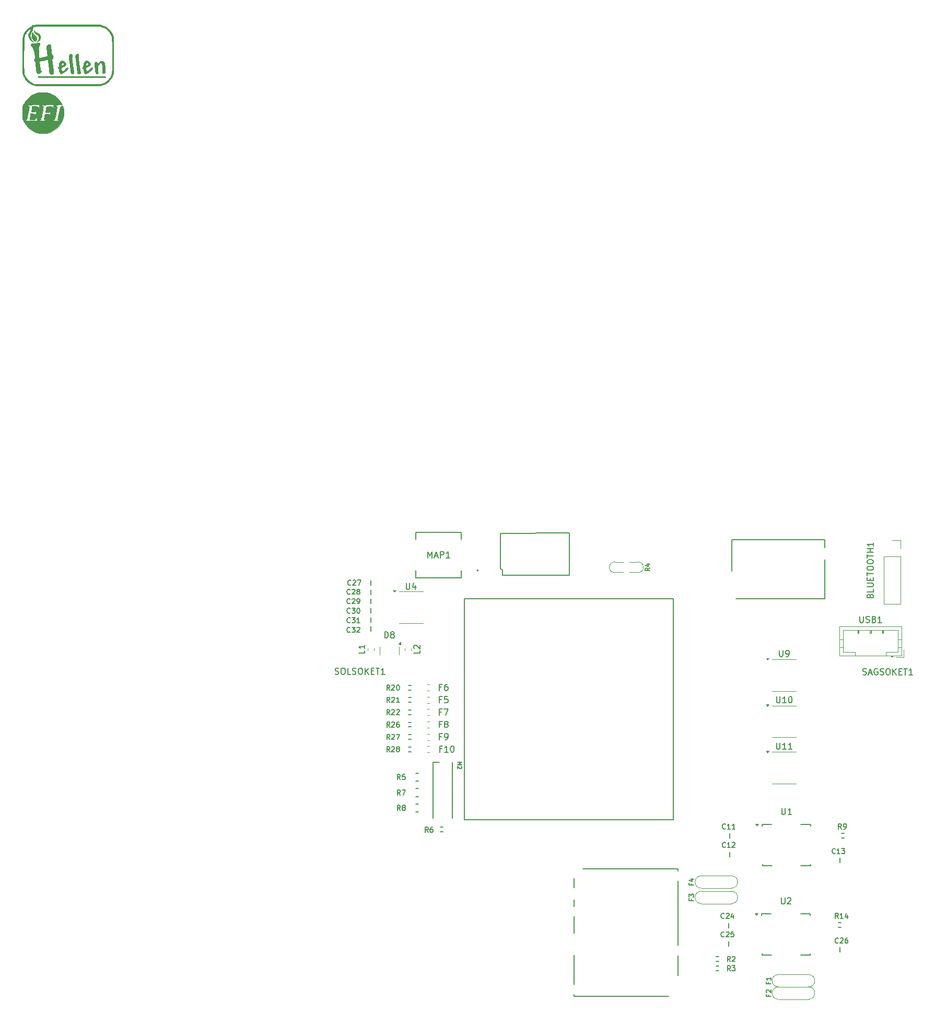
<source format=gto>
G04 #@! TF.GenerationSoftware,KiCad,Pcbnew,8.0.7-8.0.7-0~ubuntu24.04.1*
G04 #@! TF.CreationDate,2025-01-02T17:27:40+00:00*
G04 #@! TF.ProjectId,stabildaytona,73746162-696c-4646-9179-746f6e612e6b,D*
G04 #@! TF.SameCoordinates,PX2faf080PY9896800*
G04 #@! TF.FileFunction,Legend,Top*
G04 #@! TF.FilePolarity,Positive*
%FSLAX46Y46*%
G04 Gerber Fmt 4.6, Leading zero omitted, Abs format (unit mm)*
G04 Created by KiCad (PCBNEW 8.0.7-8.0.7-0~ubuntu24.04.1) date 2025-01-02 17:27:40*
%MOMM*%
%LPD*%
G01*
G04 APERTURE LIST*
%ADD10C,0.170000*%
%ADD11C,0.150000*%
%ADD12C,0.127000*%
%ADD13C,0.200000*%
%ADD14C,0.000000*%
%ADD15C,0.120000*%
%ADD16C,0.203200*%
%ADD17C,0.002540*%
%ADD18C,0.099060*%
G04 APERTURE END LIST*
D10*
X3155651Y67717288D02*
X3116603Y67678240D01*
X3116603Y67678240D02*
X2999460Y67639193D01*
X2999460Y67639193D02*
X2921365Y67639193D01*
X2921365Y67639193D02*
X2804222Y67678240D01*
X2804222Y67678240D02*
X2726127Y67756336D01*
X2726127Y67756336D02*
X2687079Y67834431D01*
X2687079Y67834431D02*
X2648031Y67990622D01*
X2648031Y67990622D02*
X2648031Y68107765D01*
X2648031Y68107765D02*
X2687079Y68263955D01*
X2687079Y68263955D02*
X2726127Y68342051D01*
X2726127Y68342051D02*
X2804222Y68420146D01*
X2804222Y68420146D02*
X2921365Y68459194D01*
X2921365Y68459194D02*
X2999460Y68459194D01*
X2999460Y68459194D02*
X3116603Y68420146D01*
X3116603Y68420146D02*
X3155651Y68381098D01*
X3468032Y68381098D02*
X3507080Y68420146D01*
X3507080Y68420146D02*
X3585175Y68459194D01*
X3585175Y68459194D02*
X3780414Y68459194D01*
X3780414Y68459194D02*
X3858509Y68420146D01*
X3858509Y68420146D02*
X3897557Y68381098D01*
X3897557Y68381098D02*
X3936604Y68303003D01*
X3936604Y68303003D02*
X3936604Y68224908D01*
X3936604Y68224908D02*
X3897557Y68107765D01*
X3897557Y68107765D02*
X3428985Y67639193D01*
X3428985Y67639193D02*
X3936604Y67639193D01*
X4405176Y68107765D02*
X4327081Y68146812D01*
X4327081Y68146812D02*
X4288033Y68185860D01*
X4288033Y68185860D02*
X4248985Y68263955D01*
X4248985Y68263955D02*
X4248985Y68303003D01*
X4248985Y68303003D02*
X4288033Y68381098D01*
X4288033Y68381098D02*
X4327081Y68420146D01*
X4327081Y68420146D02*
X4405176Y68459194D01*
X4405176Y68459194D02*
X4561367Y68459194D01*
X4561367Y68459194D02*
X4639462Y68420146D01*
X4639462Y68420146D02*
X4678510Y68381098D01*
X4678510Y68381098D02*
X4717557Y68303003D01*
X4717557Y68303003D02*
X4717557Y68263955D01*
X4717557Y68263955D02*
X4678510Y68185860D01*
X4678510Y68185860D02*
X4639462Y68146812D01*
X4639462Y68146812D02*
X4561367Y68107765D01*
X4561367Y68107765D02*
X4405176Y68107765D01*
X4405176Y68107765D02*
X4327081Y68068717D01*
X4327081Y68068717D02*
X4288033Y68029669D01*
X4288033Y68029669D02*
X4248985Y67951574D01*
X4248985Y67951574D02*
X4248985Y67795383D01*
X4248985Y67795383D02*
X4288033Y67717288D01*
X4288033Y67717288D02*
X4327081Y67678240D01*
X4327081Y67678240D02*
X4405176Y67639193D01*
X4405176Y67639193D02*
X4561367Y67639193D01*
X4561367Y67639193D02*
X4639462Y67678240D01*
X4639462Y67678240D02*
X4678510Y67717288D01*
X4678510Y67717288D02*
X4717557Y67795383D01*
X4717557Y67795383D02*
X4717557Y67951574D01*
X4717557Y67951574D02*
X4678510Y68029669D01*
X4678510Y68029669D02*
X4639462Y68068717D01*
X4639462Y68068717D02*
X4561367Y68107765D01*
D11*
X17954166Y52568991D02*
X17620833Y52568991D01*
X17620833Y52045181D02*
X17620833Y53045181D01*
X17620833Y53045181D02*
X18097023Y53045181D01*
X18906547Y53045181D02*
X18716071Y53045181D01*
X18716071Y53045181D02*
X18620833Y52997562D01*
X18620833Y52997562D02*
X18573214Y52949943D01*
X18573214Y52949943D02*
X18477976Y52807086D01*
X18477976Y52807086D02*
X18430357Y52616610D01*
X18430357Y52616610D02*
X18430357Y52235658D01*
X18430357Y52235658D02*
X18477976Y52140420D01*
X18477976Y52140420D02*
X18525595Y52092800D01*
X18525595Y52092800D02*
X18620833Y52045181D01*
X18620833Y52045181D02*
X18811309Y52045181D01*
X18811309Y52045181D02*
X18906547Y52092800D01*
X18906547Y52092800D02*
X18954166Y52140420D01*
X18954166Y52140420D02*
X19001785Y52235658D01*
X19001785Y52235658D02*
X19001785Y52473753D01*
X19001785Y52473753D02*
X18954166Y52568991D01*
X18954166Y52568991D02*
X18906547Y52616610D01*
X18906547Y52616610D02*
X18811309Y52664229D01*
X18811309Y52664229D02*
X18620833Y52664229D01*
X18620833Y52664229D02*
X18525595Y52616610D01*
X18525595Y52616610D02*
X18477976Y52568991D01*
X18477976Y52568991D02*
X18430357Y52473753D01*
X87431009Y67380953D02*
X87478628Y67523810D01*
X87478628Y67523810D02*
X87526247Y67571429D01*
X87526247Y67571429D02*
X87621485Y67619048D01*
X87621485Y67619048D02*
X87764342Y67619048D01*
X87764342Y67619048D02*
X87859580Y67571429D01*
X87859580Y67571429D02*
X87907200Y67523810D01*
X87907200Y67523810D02*
X87954819Y67428572D01*
X87954819Y67428572D02*
X87954819Y67047620D01*
X87954819Y67047620D02*
X86954819Y67047620D01*
X86954819Y67047620D02*
X86954819Y67380953D01*
X86954819Y67380953D02*
X87002438Y67476191D01*
X87002438Y67476191D02*
X87050057Y67523810D01*
X87050057Y67523810D02*
X87145295Y67571429D01*
X87145295Y67571429D02*
X87240533Y67571429D01*
X87240533Y67571429D02*
X87335771Y67523810D01*
X87335771Y67523810D02*
X87383390Y67476191D01*
X87383390Y67476191D02*
X87431009Y67380953D01*
X87431009Y67380953D02*
X87431009Y67047620D01*
X87954819Y68523810D02*
X87954819Y68047620D01*
X87954819Y68047620D02*
X86954819Y68047620D01*
X86954819Y68857144D02*
X87764342Y68857144D01*
X87764342Y68857144D02*
X87859580Y68904763D01*
X87859580Y68904763D02*
X87907200Y68952382D01*
X87907200Y68952382D02*
X87954819Y69047620D01*
X87954819Y69047620D02*
X87954819Y69238096D01*
X87954819Y69238096D02*
X87907200Y69333334D01*
X87907200Y69333334D02*
X87859580Y69380953D01*
X87859580Y69380953D02*
X87764342Y69428572D01*
X87764342Y69428572D02*
X86954819Y69428572D01*
X87431009Y69904763D02*
X87431009Y70238096D01*
X87954819Y70380953D02*
X87954819Y69904763D01*
X87954819Y69904763D02*
X86954819Y69904763D01*
X86954819Y69904763D02*
X86954819Y70380953D01*
X86954819Y70666668D02*
X86954819Y71238096D01*
X87954819Y70952382D02*
X86954819Y70952382D01*
X86954819Y71761906D02*
X86954819Y71952382D01*
X86954819Y71952382D02*
X87002438Y72047620D01*
X87002438Y72047620D02*
X87097676Y72142858D01*
X87097676Y72142858D02*
X87288152Y72190477D01*
X87288152Y72190477D02*
X87621485Y72190477D01*
X87621485Y72190477D02*
X87811961Y72142858D01*
X87811961Y72142858D02*
X87907200Y72047620D01*
X87907200Y72047620D02*
X87954819Y71952382D01*
X87954819Y71952382D02*
X87954819Y71761906D01*
X87954819Y71761906D02*
X87907200Y71666668D01*
X87907200Y71666668D02*
X87811961Y71571430D01*
X87811961Y71571430D02*
X87621485Y71523811D01*
X87621485Y71523811D02*
X87288152Y71523811D01*
X87288152Y71523811D02*
X87097676Y71571430D01*
X87097676Y71571430D02*
X87002438Y71666668D01*
X87002438Y71666668D02*
X86954819Y71761906D01*
X86954819Y72809525D02*
X86954819Y73000001D01*
X86954819Y73000001D02*
X87002438Y73095239D01*
X87002438Y73095239D02*
X87097676Y73190477D01*
X87097676Y73190477D02*
X87288152Y73238096D01*
X87288152Y73238096D02*
X87621485Y73238096D01*
X87621485Y73238096D02*
X87811961Y73190477D01*
X87811961Y73190477D02*
X87907200Y73095239D01*
X87907200Y73095239D02*
X87954819Y73000001D01*
X87954819Y73000001D02*
X87954819Y72809525D01*
X87954819Y72809525D02*
X87907200Y72714287D01*
X87907200Y72714287D02*
X87811961Y72619049D01*
X87811961Y72619049D02*
X87621485Y72571430D01*
X87621485Y72571430D02*
X87288152Y72571430D01*
X87288152Y72571430D02*
X87097676Y72619049D01*
X87097676Y72619049D02*
X87002438Y72714287D01*
X87002438Y72714287D02*
X86954819Y72809525D01*
X86954819Y73523811D02*
X86954819Y74095239D01*
X87954819Y73809525D02*
X86954819Y73809525D01*
X87954819Y74428573D02*
X86954819Y74428573D01*
X87431009Y74428573D02*
X87431009Y75000001D01*
X87954819Y75000001D02*
X86954819Y75000001D01*
X87954819Y76000001D02*
X87954819Y75428573D01*
X87954819Y75714287D02*
X86954819Y75714287D01*
X86954819Y75714287D02*
X87097676Y75619049D01*
X87097676Y75619049D02*
X87192914Y75523811D01*
X87192914Y75523811D02*
X87240533Y75428573D01*
X5524819Y58545834D02*
X5524819Y58069644D01*
X5524819Y58069644D02*
X4524819Y58069644D01*
X5524819Y59402977D02*
X5524819Y58831549D01*
X5524819Y59117263D02*
X4524819Y59117263D01*
X4524819Y59117263D02*
X4667676Y59022025D01*
X4667676Y59022025D02*
X4762914Y58926787D01*
X4762914Y58926787D02*
X4810533Y58831549D01*
D10*
X82775651Y29609192D02*
X82502318Y29999668D01*
X82307080Y29609192D02*
X82307080Y30429192D01*
X82307080Y30429192D02*
X82619461Y30429192D01*
X82619461Y30429192D02*
X82697556Y30390144D01*
X82697556Y30390144D02*
X82736603Y30351097D01*
X82736603Y30351097D02*
X82775651Y30273001D01*
X82775651Y30273001D02*
X82775651Y30155859D01*
X82775651Y30155859D02*
X82736603Y30077763D01*
X82736603Y30077763D02*
X82697556Y30038716D01*
X82697556Y30038716D02*
X82619461Y29999668D01*
X82619461Y29999668D02*
X82307080Y29999668D01*
X83166127Y29609192D02*
X83322318Y29609192D01*
X83322318Y29609192D02*
X83400413Y29648239D01*
X83400413Y29648239D02*
X83439461Y29687287D01*
X83439461Y29687287D02*
X83517556Y29804430D01*
X83517556Y29804430D02*
X83556603Y29960620D01*
X83556603Y29960620D02*
X83556603Y30273001D01*
X83556603Y30273001D02*
X83517556Y30351097D01*
X83517556Y30351097D02*
X83478508Y30390144D01*
X83478508Y30390144D02*
X83400413Y30429192D01*
X83400413Y30429192D02*
X83244222Y30429192D01*
X83244222Y30429192D02*
X83166127Y30390144D01*
X83166127Y30390144D02*
X83127080Y30351097D01*
X83127080Y30351097D02*
X83088032Y30273001D01*
X83088032Y30273001D02*
X83088032Y30077763D01*
X83088032Y30077763D02*
X83127080Y29999668D01*
X83127080Y29999668D02*
X83166127Y29960620D01*
X83166127Y29960620D02*
X83244222Y29921573D01*
X83244222Y29921573D02*
X83400413Y29921573D01*
X83400413Y29921573D02*
X83478508Y29960620D01*
X83478508Y29960620D02*
X83517556Y29999668D01*
X83517556Y29999668D02*
X83556603Y30077763D01*
D11*
X85761905Y64045181D02*
X85761905Y63235658D01*
X85761905Y63235658D02*
X85809524Y63140420D01*
X85809524Y63140420D02*
X85857143Y63092800D01*
X85857143Y63092800D02*
X85952381Y63045181D01*
X85952381Y63045181D02*
X86142857Y63045181D01*
X86142857Y63045181D02*
X86238095Y63092800D01*
X86238095Y63092800D02*
X86285714Y63140420D01*
X86285714Y63140420D02*
X86333333Y63235658D01*
X86333333Y63235658D02*
X86333333Y64045181D01*
X86761905Y63092800D02*
X86904762Y63045181D01*
X86904762Y63045181D02*
X87142857Y63045181D01*
X87142857Y63045181D02*
X87238095Y63092800D01*
X87238095Y63092800D02*
X87285714Y63140420D01*
X87285714Y63140420D02*
X87333333Y63235658D01*
X87333333Y63235658D02*
X87333333Y63330896D01*
X87333333Y63330896D02*
X87285714Y63426134D01*
X87285714Y63426134D02*
X87238095Y63473753D01*
X87238095Y63473753D02*
X87142857Y63521372D01*
X87142857Y63521372D02*
X86952381Y63568991D01*
X86952381Y63568991D02*
X86857143Y63616610D01*
X86857143Y63616610D02*
X86809524Y63664229D01*
X86809524Y63664229D02*
X86761905Y63759467D01*
X86761905Y63759467D02*
X86761905Y63854705D01*
X86761905Y63854705D02*
X86809524Y63949943D01*
X86809524Y63949943D02*
X86857143Y63997562D01*
X86857143Y63997562D02*
X86952381Y64045181D01*
X86952381Y64045181D02*
X87190476Y64045181D01*
X87190476Y64045181D02*
X87333333Y63997562D01*
X88095238Y63568991D02*
X88238095Y63521372D01*
X88238095Y63521372D02*
X88285714Y63473753D01*
X88285714Y63473753D02*
X88333333Y63378515D01*
X88333333Y63378515D02*
X88333333Y63235658D01*
X88333333Y63235658D02*
X88285714Y63140420D01*
X88285714Y63140420D02*
X88238095Y63092800D01*
X88238095Y63092800D02*
X88142857Y63045181D01*
X88142857Y63045181D02*
X87761905Y63045181D01*
X87761905Y63045181D02*
X87761905Y64045181D01*
X87761905Y64045181D02*
X88095238Y64045181D01*
X88095238Y64045181D02*
X88190476Y63997562D01*
X88190476Y63997562D02*
X88238095Y63949943D01*
X88238095Y63949943D02*
X88285714Y63854705D01*
X88285714Y63854705D02*
X88285714Y63759467D01*
X88285714Y63759467D02*
X88238095Y63664229D01*
X88238095Y63664229D02*
X88190476Y63616610D01*
X88190476Y63616610D02*
X88095238Y63568991D01*
X88095238Y63568991D02*
X87761905Y63568991D01*
X89285714Y63045181D02*
X88714286Y63045181D01*
X89000000Y63045181D02*
X89000000Y64045181D01*
X89000000Y64045181D02*
X88904762Y63902324D01*
X88904762Y63902324D02*
X88809524Y63807086D01*
X88809524Y63807086D02*
X88714286Y63759467D01*
X73113095Y32945181D02*
X73113095Y32135658D01*
X73113095Y32135658D02*
X73160714Y32040420D01*
X73160714Y32040420D02*
X73208333Y31992800D01*
X73208333Y31992800D02*
X73303571Y31945181D01*
X73303571Y31945181D02*
X73494047Y31945181D01*
X73494047Y31945181D02*
X73589285Y31992800D01*
X73589285Y31992800D02*
X73636904Y32040420D01*
X73636904Y32040420D02*
X73684523Y32135658D01*
X73684523Y32135658D02*
X73684523Y32945181D01*
X74684523Y31945181D02*
X74113095Y31945181D01*
X74398809Y31945181D02*
X74398809Y32945181D01*
X74398809Y32945181D02*
X74303571Y32802324D01*
X74303571Y32802324D02*
X74208333Y32707086D01*
X74208333Y32707086D02*
X74113095Y32659467D01*
D10*
X3155651Y63097243D02*
X3116603Y63058195D01*
X3116603Y63058195D02*
X2999460Y63019148D01*
X2999460Y63019148D02*
X2921365Y63019148D01*
X2921365Y63019148D02*
X2804222Y63058195D01*
X2804222Y63058195D02*
X2726127Y63136291D01*
X2726127Y63136291D02*
X2687079Y63214386D01*
X2687079Y63214386D02*
X2648031Y63370577D01*
X2648031Y63370577D02*
X2648031Y63487720D01*
X2648031Y63487720D02*
X2687079Y63643910D01*
X2687079Y63643910D02*
X2726127Y63722006D01*
X2726127Y63722006D02*
X2804222Y63800101D01*
X2804222Y63800101D02*
X2921365Y63839149D01*
X2921365Y63839149D02*
X2999460Y63839149D01*
X2999460Y63839149D02*
X3116603Y63800101D01*
X3116603Y63800101D02*
X3155651Y63761053D01*
X3428985Y63839149D02*
X3936604Y63839149D01*
X3936604Y63839149D02*
X3663271Y63526767D01*
X3663271Y63526767D02*
X3780414Y63526767D01*
X3780414Y63526767D02*
X3858509Y63487720D01*
X3858509Y63487720D02*
X3897557Y63448672D01*
X3897557Y63448672D02*
X3936604Y63370577D01*
X3936604Y63370577D02*
X3936604Y63175338D01*
X3936604Y63175338D02*
X3897557Y63097243D01*
X3897557Y63097243D02*
X3858509Y63058195D01*
X3858509Y63058195D02*
X3780414Y63019148D01*
X3780414Y63019148D02*
X3546128Y63019148D01*
X3546128Y63019148D02*
X3468032Y63058195D01*
X3468032Y63058195D02*
X3428985Y63097243D01*
X4717557Y63019148D02*
X4248985Y63019148D01*
X4483271Y63019148D02*
X4483271Y63839149D01*
X4483271Y63839149D02*
X4405176Y63722006D01*
X4405176Y63722006D02*
X4327081Y63643910D01*
X4327081Y63643910D02*
X4248985Y63604863D01*
X11275652Y32609193D02*
X11002318Y32999669D01*
X10807080Y32609193D02*
X10807080Y33429194D01*
X10807080Y33429194D02*
X11119461Y33429194D01*
X11119461Y33429194D02*
X11197557Y33390146D01*
X11197557Y33390146D02*
X11236604Y33351098D01*
X11236604Y33351098D02*
X11275652Y33273003D01*
X11275652Y33273003D02*
X11275652Y33155860D01*
X11275652Y33155860D02*
X11236604Y33077765D01*
X11236604Y33077765D02*
X11197557Y33038717D01*
X11197557Y33038717D02*
X11119461Y32999669D01*
X11119461Y32999669D02*
X10807080Y32999669D01*
X11744224Y33077765D02*
X11666129Y33116812D01*
X11666129Y33116812D02*
X11627081Y33155860D01*
X11627081Y33155860D02*
X11588033Y33233955D01*
X11588033Y33233955D02*
X11588033Y33273003D01*
X11588033Y33273003D02*
X11627081Y33351098D01*
X11627081Y33351098D02*
X11666129Y33390146D01*
X11666129Y33390146D02*
X11744224Y33429194D01*
X11744224Y33429194D02*
X11900415Y33429194D01*
X11900415Y33429194D02*
X11978510Y33390146D01*
X11978510Y33390146D02*
X12017558Y33351098D01*
X12017558Y33351098D02*
X12056605Y33273003D01*
X12056605Y33273003D02*
X12056605Y33233955D01*
X12056605Y33233955D02*
X12017558Y33155860D01*
X12017558Y33155860D02*
X11978510Y33116812D01*
X11978510Y33116812D02*
X11900415Y33077765D01*
X11900415Y33077765D02*
X11744224Y33077765D01*
X11744224Y33077765D02*
X11666129Y33038717D01*
X11666129Y33038717D02*
X11627081Y32999669D01*
X11627081Y32999669D02*
X11588033Y32921574D01*
X11588033Y32921574D02*
X11588033Y32765383D01*
X11588033Y32765383D02*
X11627081Y32687288D01*
X11627081Y32687288D02*
X11666129Y32648240D01*
X11666129Y32648240D02*
X11744224Y32609193D01*
X11744224Y32609193D02*
X11900415Y32609193D01*
X11900415Y32609193D02*
X11978510Y32648240D01*
X11978510Y32648240D02*
X12017558Y32687288D01*
X12017558Y32687288D02*
X12056605Y32765383D01*
X12056605Y32765383D02*
X12056605Y32921574D01*
X12056605Y32921574D02*
X12017558Y32999669D01*
X12017558Y32999669D02*
X11978510Y33038717D01*
X11978510Y33038717D02*
X11900415Y33077765D01*
X3155651Y66197273D02*
X3116603Y66158225D01*
X3116603Y66158225D02*
X2999460Y66119178D01*
X2999460Y66119178D02*
X2921365Y66119178D01*
X2921365Y66119178D02*
X2804222Y66158225D01*
X2804222Y66158225D02*
X2726127Y66236321D01*
X2726127Y66236321D02*
X2687079Y66314416D01*
X2687079Y66314416D02*
X2648031Y66470607D01*
X2648031Y66470607D02*
X2648031Y66587750D01*
X2648031Y66587750D02*
X2687079Y66743940D01*
X2687079Y66743940D02*
X2726127Y66822036D01*
X2726127Y66822036D02*
X2804222Y66900131D01*
X2804222Y66900131D02*
X2921365Y66939179D01*
X2921365Y66939179D02*
X2999460Y66939179D01*
X2999460Y66939179D02*
X3116603Y66900131D01*
X3116603Y66900131D02*
X3155651Y66861083D01*
X3468032Y66861083D02*
X3507080Y66900131D01*
X3507080Y66900131D02*
X3585175Y66939179D01*
X3585175Y66939179D02*
X3780414Y66939179D01*
X3780414Y66939179D02*
X3858509Y66900131D01*
X3858509Y66900131D02*
X3897557Y66861083D01*
X3897557Y66861083D02*
X3936604Y66782988D01*
X3936604Y66782988D02*
X3936604Y66704893D01*
X3936604Y66704893D02*
X3897557Y66587750D01*
X3897557Y66587750D02*
X3428985Y66119178D01*
X3428985Y66119178D02*
X3936604Y66119178D01*
X4327081Y66119178D02*
X4483271Y66119178D01*
X4483271Y66119178D02*
X4561367Y66158225D01*
X4561367Y66158225D02*
X4600414Y66197273D01*
X4600414Y66197273D02*
X4678510Y66314416D01*
X4678510Y66314416D02*
X4717557Y66470607D01*
X4717557Y66470607D02*
X4717557Y66782988D01*
X4717557Y66782988D02*
X4678510Y66861083D01*
X4678510Y66861083D02*
X4639462Y66900131D01*
X4639462Y66900131D02*
X4561367Y66939179D01*
X4561367Y66939179D02*
X4405176Y66939179D01*
X4405176Y66939179D02*
X4327081Y66900131D01*
X4327081Y66900131D02*
X4288033Y66861083D01*
X4288033Y66861083D02*
X4248985Y66782988D01*
X4248985Y66782988D02*
X4248985Y66587750D01*
X4248985Y66587750D02*
X4288033Y66509654D01*
X4288033Y66509654D02*
X4327081Y66470607D01*
X4327081Y66470607D02*
X4405176Y66431559D01*
X4405176Y66431559D02*
X4561367Y66431559D01*
X4561367Y66431559D02*
X4639462Y66470607D01*
X4639462Y66470607D02*
X4678510Y66509654D01*
X4678510Y66509654D02*
X4717557Y66587750D01*
X3155651Y64647258D02*
X3116603Y64608210D01*
X3116603Y64608210D02*
X2999460Y64569163D01*
X2999460Y64569163D02*
X2921365Y64569163D01*
X2921365Y64569163D02*
X2804222Y64608210D01*
X2804222Y64608210D02*
X2726127Y64686306D01*
X2726127Y64686306D02*
X2687079Y64764401D01*
X2687079Y64764401D02*
X2648031Y64920592D01*
X2648031Y64920592D02*
X2648031Y65037735D01*
X2648031Y65037735D02*
X2687079Y65193925D01*
X2687079Y65193925D02*
X2726127Y65272021D01*
X2726127Y65272021D02*
X2804222Y65350116D01*
X2804222Y65350116D02*
X2921365Y65389164D01*
X2921365Y65389164D02*
X2999460Y65389164D01*
X2999460Y65389164D02*
X3116603Y65350116D01*
X3116603Y65350116D02*
X3155651Y65311068D01*
X3428985Y65389164D02*
X3936604Y65389164D01*
X3936604Y65389164D02*
X3663271Y65076782D01*
X3663271Y65076782D02*
X3780414Y65076782D01*
X3780414Y65076782D02*
X3858509Y65037735D01*
X3858509Y65037735D02*
X3897557Y64998687D01*
X3897557Y64998687D02*
X3936604Y64920592D01*
X3936604Y64920592D02*
X3936604Y64725353D01*
X3936604Y64725353D02*
X3897557Y64647258D01*
X3897557Y64647258D02*
X3858509Y64608210D01*
X3858509Y64608210D02*
X3780414Y64569163D01*
X3780414Y64569163D02*
X3546128Y64569163D01*
X3546128Y64569163D02*
X3468032Y64608210D01*
X3468032Y64608210D02*
X3428985Y64647258D01*
X4444224Y65389164D02*
X4522319Y65389164D01*
X4522319Y65389164D02*
X4600414Y65350116D01*
X4600414Y65350116D02*
X4639462Y65311068D01*
X4639462Y65311068D02*
X4678510Y65232973D01*
X4678510Y65232973D02*
X4717557Y65076782D01*
X4717557Y65076782D02*
X4717557Y64881544D01*
X4717557Y64881544D02*
X4678510Y64725353D01*
X4678510Y64725353D02*
X4639462Y64647258D01*
X4639462Y64647258D02*
X4600414Y64608210D01*
X4600414Y64608210D02*
X4522319Y64569163D01*
X4522319Y64569163D02*
X4444224Y64569163D01*
X4444224Y64569163D02*
X4366128Y64608210D01*
X4366128Y64608210D02*
X4327081Y64647258D01*
X4327081Y64647258D02*
X4288033Y64725353D01*
X4288033Y64725353D02*
X4248985Y64881544D01*
X4248985Y64881544D02*
X4248985Y65076782D01*
X4248985Y65076782D02*
X4288033Y65232973D01*
X4288033Y65232973D02*
X4327081Y65311068D01*
X4327081Y65311068D02*
X4366128Y65350116D01*
X4366128Y65350116D02*
X4444224Y65389164D01*
X11275652Y35109193D02*
X11002318Y35499669D01*
X10807080Y35109193D02*
X10807080Y35929194D01*
X10807080Y35929194D02*
X11119461Y35929194D01*
X11119461Y35929194D02*
X11197557Y35890146D01*
X11197557Y35890146D02*
X11236604Y35851098D01*
X11236604Y35851098D02*
X11275652Y35773003D01*
X11275652Y35773003D02*
X11275652Y35655860D01*
X11275652Y35655860D02*
X11236604Y35577765D01*
X11236604Y35577765D02*
X11197557Y35538717D01*
X11197557Y35538717D02*
X11119461Y35499669D01*
X11119461Y35499669D02*
X10807080Y35499669D01*
X11548986Y35929194D02*
X12095653Y35929194D01*
X12095653Y35929194D02*
X11744224Y35109193D01*
D11*
X20594427Y40383259D02*
X21194427Y40383259D01*
X21194427Y40383259D02*
X20765856Y40183259D01*
X20765856Y40183259D02*
X21194427Y39983259D01*
X21194427Y39983259D02*
X20594427Y39983259D01*
X21137284Y39726117D02*
X21165856Y39697545D01*
X21165856Y39697545D02*
X21194427Y39640402D01*
X21194427Y39640402D02*
X21194427Y39497545D01*
X21194427Y39497545D02*
X21165856Y39440402D01*
X21165856Y39440402D02*
X21137284Y39411831D01*
X21137284Y39411831D02*
X21080141Y39383260D01*
X21080141Y39383260D02*
X21022999Y39383260D01*
X21022999Y39383260D02*
X20937284Y39411831D01*
X20937284Y39411831D02*
X20594427Y39754688D01*
X20594427Y39754688D02*
X20594427Y39383260D01*
X73038095Y18445181D02*
X73038095Y17635658D01*
X73038095Y17635658D02*
X73085714Y17540420D01*
X73085714Y17540420D02*
X73133333Y17492800D01*
X73133333Y17492800D02*
X73228571Y17445181D01*
X73228571Y17445181D02*
X73419047Y17445181D01*
X73419047Y17445181D02*
X73514285Y17492800D01*
X73514285Y17492800D02*
X73561904Y17540420D01*
X73561904Y17540420D02*
X73609523Y17635658D01*
X73609523Y17635658D02*
X73609523Y18445181D01*
X74038095Y18349943D02*
X74085714Y18397562D01*
X74085714Y18397562D02*
X74180952Y18445181D01*
X74180952Y18445181D02*
X74419047Y18445181D01*
X74419047Y18445181D02*
X74514285Y18397562D01*
X74514285Y18397562D02*
X74561904Y18349943D01*
X74561904Y18349943D02*
X74609523Y18254705D01*
X74609523Y18254705D02*
X74609523Y18159467D01*
X74609523Y18159467D02*
X74561904Y18016610D01*
X74561904Y18016610D02*
X73990476Y17445181D01*
X73990476Y17445181D02*
X74609523Y17445181D01*
D10*
X9563151Y50109192D02*
X9289818Y50499668D01*
X9094580Y50109192D02*
X9094580Y50929192D01*
X9094580Y50929192D02*
X9406961Y50929192D01*
X9406961Y50929192D02*
X9485056Y50890144D01*
X9485056Y50890144D02*
X9524103Y50851097D01*
X9524103Y50851097D02*
X9563151Y50773001D01*
X9563151Y50773001D02*
X9563151Y50655859D01*
X9563151Y50655859D02*
X9524103Y50577763D01*
X9524103Y50577763D02*
X9485056Y50538716D01*
X9485056Y50538716D02*
X9406961Y50499668D01*
X9406961Y50499668D02*
X9094580Y50499668D01*
X9875532Y50851097D02*
X9914580Y50890144D01*
X9914580Y50890144D02*
X9992675Y50929192D01*
X9992675Y50929192D02*
X10187913Y50929192D01*
X10187913Y50929192D02*
X10266008Y50890144D01*
X10266008Y50890144D02*
X10305056Y50851097D01*
X10305056Y50851097D02*
X10344103Y50773001D01*
X10344103Y50773001D02*
X10344103Y50694906D01*
X10344103Y50694906D02*
X10305056Y50577763D01*
X10305056Y50577763D02*
X9836484Y50109192D01*
X9836484Y50109192D02*
X10344103Y50109192D01*
X11125055Y50109192D02*
X10656484Y50109192D01*
X10890770Y50109192D02*
X10890770Y50929192D01*
X10890770Y50929192D02*
X10812674Y50812049D01*
X10812674Y50812049D02*
X10734579Y50733954D01*
X10734579Y50733954D02*
X10656484Y50694906D01*
X81775652Y25687288D02*
X81736604Y25648240D01*
X81736604Y25648240D02*
X81619461Y25609193D01*
X81619461Y25609193D02*
X81541366Y25609193D01*
X81541366Y25609193D02*
X81424223Y25648240D01*
X81424223Y25648240D02*
X81346128Y25726336D01*
X81346128Y25726336D02*
X81307080Y25804431D01*
X81307080Y25804431D02*
X81268032Y25960622D01*
X81268032Y25960622D02*
X81268032Y26077765D01*
X81268032Y26077765D02*
X81307080Y26233955D01*
X81307080Y26233955D02*
X81346128Y26312051D01*
X81346128Y26312051D02*
X81424223Y26390146D01*
X81424223Y26390146D02*
X81541366Y26429194D01*
X81541366Y26429194D02*
X81619461Y26429194D01*
X81619461Y26429194D02*
X81736604Y26390146D01*
X81736604Y26390146D02*
X81775652Y26351098D01*
X82556605Y25609193D02*
X82088033Y25609193D01*
X82322319Y25609193D02*
X82322319Y26429194D01*
X82322319Y26429194D02*
X82244224Y26312051D01*
X82244224Y26312051D02*
X82166129Y26233955D01*
X82166129Y26233955D02*
X82088033Y26194908D01*
X82829939Y26429194D02*
X83337558Y26429194D01*
X83337558Y26429194D02*
X83064225Y26116812D01*
X83064225Y26116812D02*
X83181368Y26116812D01*
X83181368Y26116812D02*
X83259463Y26077765D01*
X83259463Y26077765D02*
X83298511Y26038717D01*
X83298511Y26038717D02*
X83337558Y25960622D01*
X83337558Y25960622D02*
X83337558Y25765383D01*
X83337558Y25765383D02*
X83298511Y25687288D01*
X83298511Y25687288D02*
X83259463Y25648240D01*
X83259463Y25648240D02*
X83181368Y25609193D01*
X83181368Y25609193D02*
X82947082Y25609193D01*
X82947082Y25609193D02*
X82868986Y25648240D01*
X82868986Y25648240D02*
X82829939Y25687288D01*
X3275652Y69187288D02*
X3236604Y69148240D01*
X3236604Y69148240D02*
X3119461Y69109193D01*
X3119461Y69109193D02*
X3041366Y69109193D01*
X3041366Y69109193D02*
X2924223Y69148240D01*
X2924223Y69148240D02*
X2846128Y69226336D01*
X2846128Y69226336D02*
X2807080Y69304431D01*
X2807080Y69304431D02*
X2768032Y69460622D01*
X2768032Y69460622D02*
X2768032Y69577765D01*
X2768032Y69577765D02*
X2807080Y69733955D01*
X2807080Y69733955D02*
X2846128Y69812051D01*
X2846128Y69812051D02*
X2924223Y69890146D01*
X2924223Y69890146D02*
X3041366Y69929194D01*
X3041366Y69929194D02*
X3119461Y69929194D01*
X3119461Y69929194D02*
X3236604Y69890146D01*
X3236604Y69890146D02*
X3275652Y69851098D01*
X3588033Y69851098D02*
X3627081Y69890146D01*
X3627081Y69890146D02*
X3705176Y69929194D01*
X3705176Y69929194D02*
X3900415Y69929194D01*
X3900415Y69929194D02*
X3978510Y69890146D01*
X3978510Y69890146D02*
X4017558Y69851098D01*
X4017558Y69851098D02*
X4056605Y69773003D01*
X4056605Y69773003D02*
X4056605Y69694908D01*
X4056605Y69694908D02*
X4017558Y69577765D01*
X4017558Y69577765D02*
X3548986Y69109193D01*
X3548986Y69109193D02*
X4056605Y69109193D01*
X4329939Y69929194D02*
X4876606Y69929194D01*
X4876606Y69929194D02*
X4525177Y69109193D01*
X63775652Y12187288D02*
X63736604Y12148240D01*
X63736604Y12148240D02*
X63619461Y12109193D01*
X63619461Y12109193D02*
X63541366Y12109193D01*
X63541366Y12109193D02*
X63424223Y12148240D01*
X63424223Y12148240D02*
X63346128Y12226336D01*
X63346128Y12226336D02*
X63307080Y12304431D01*
X63307080Y12304431D02*
X63268032Y12460622D01*
X63268032Y12460622D02*
X63268032Y12577765D01*
X63268032Y12577765D02*
X63307080Y12733955D01*
X63307080Y12733955D02*
X63346128Y12812051D01*
X63346128Y12812051D02*
X63424223Y12890146D01*
X63424223Y12890146D02*
X63541366Y12929194D01*
X63541366Y12929194D02*
X63619461Y12929194D01*
X63619461Y12929194D02*
X63736604Y12890146D01*
X63736604Y12890146D02*
X63775652Y12851098D01*
X64088033Y12851098D02*
X64127081Y12890146D01*
X64127081Y12890146D02*
X64205176Y12929194D01*
X64205176Y12929194D02*
X64400415Y12929194D01*
X64400415Y12929194D02*
X64478510Y12890146D01*
X64478510Y12890146D02*
X64517558Y12851098D01*
X64517558Y12851098D02*
X64556605Y12773003D01*
X64556605Y12773003D02*
X64556605Y12694908D01*
X64556605Y12694908D02*
X64517558Y12577765D01*
X64517558Y12577765D02*
X64048986Y12109193D01*
X64048986Y12109193D02*
X64556605Y12109193D01*
X65298511Y12929194D02*
X64908034Y12929194D01*
X64908034Y12929194D02*
X64868986Y12538717D01*
X64868986Y12538717D02*
X64908034Y12577765D01*
X64908034Y12577765D02*
X64986129Y12616812D01*
X64986129Y12616812D02*
X65181368Y12616812D01*
X65181368Y12616812D02*
X65259463Y12577765D01*
X65259463Y12577765D02*
X65298511Y12538717D01*
X65298511Y12538717D02*
X65337558Y12460622D01*
X65337558Y12460622D02*
X65337558Y12265383D01*
X65337558Y12265383D02*
X65298511Y12187288D01*
X65298511Y12187288D02*
X65259463Y12148240D01*
X65259463Y12148240D02*
X65181368Y12109193D01*
X65181368Y12109193D02*
X64986129Y12109193D01*
X64986129Y12109193D02*
X64908034Y12148240D01*
X64908034Y12148240D02*
X64868986Y12187288D01*
D12*
X70946768Y4746001D02*
X70946768Y4492001D01*
X71345911Y4492001D02*
X70583911Y4492001D01*
X70583911Y4492001D02*
X70583911Y4854858D01*
X71345911Y5544287D02*
X71345911Y5108858D01*
X71345911Y5326573D02*
X70583911Y5326573D01*
X70583911Y5326573D02*
X70692768Y5254001D01*
X70692768Y5254001D02*
X70765340Y5181430D01*
X70765340Y5181430D02*
X70801626Y5108858D01*
D11*
X12238095Y69445181D02*
X12238095Y68635658D01*
X12238095Y68635658D02*
X12285714Y68540420D01*
X12285714Y68540420D02*
X12333333Y68492800D01*
X12333333Y68492800D02*
X12428571Y68445181D01*
X12428571Y68445181D02*
X12619047Y68445181D01*
X12619047Y68445181D02*
X12714285Y68492800D01*
X12714285Y68492800D02*
X12761904Y68540420D01*
X12761904Y68540420D02*
X12809523Y68635658D01*
X12809523Y68635658D02*
X12809523Y69445181D01*
X13714285Y69111848D02*
X13714285Y68445181D01*
X13476190Y69492800D02*
X13238095Y68778515D01*
X13238095Y68778515D02*
X13857142Y68778515D01*
X8761905Y60545181D02*
X8761905Y61545181D01*
X8761905Y61545181D02*
X9000000Y61545181D01*
X9000000Y61545181D02*
X9142857Y61497562D01*
X9142857Y61497562D02*
X9238095Y61402324D01*
X9238095Y61402324D02*
X9285714Y61307086D01*
X9285714Y61307086D02*
X9333333Y61116610D01*
X9333333Y61116610D02*
X9333333Y60973753D01*
X9333333Y60973753D02*
X9285714Y60783277D01*
X9285714Y60783277D02*
X9238095Y60688039D01*
X9238095Y60688039D02*
X9142857Y60592800D01*
X9142857Y60592800D02*
X9000000Y60545181D01*
X9000000Y60545181D02*
X8761905Y60545181D01*
X9904762Y61116610D02*
X9809524Y61164229D01*
X9809524Y61164229D02*
X9761905Y61211848D01*
X9761905Y61211848D02*
X9714286Y61307086D01*
X9714286Y61307086D02*
X9714286Y61354705D01*
X9714286Y61354705D02*
X9761905Y61449943D01*
X9761905Y61449943D02*
X9809524Y61497562D01*
X9809524Y61497562D02*
X9904762Y61545181D01*
X9904762Y61545181D02*
X10095238Y61545181D01*
X10095238Y61545181D02*
X10190476Y61497562D01*
X10190476Y61497562D02*
X10238095Y61449943D01*
X10238095Y61449943D02*
X10285714Y61354705D01*
X10285714Y61354705D02*
X10285714Y61307086D01*
X10285714Y61307086D02*
X10238095Y61211848D01*
X10238095Y61211848D02*
X10190476Y61164229D01*
X10190476Y61164229D02*
X10095238Y61116610D01*
X10095238Y61116610D02*
X9904762Y61116610D01*
X9904762Y61116610D02*
X9809524Y61068991D01*
X9809524Y61068991D02*
X9761905Y61021372D01*
X9761905Y61021372D02*
X9714286Y60926134D01*
X9714286Y60926134D02*
X9714286Y60735658D01*
X9714286Y60735658D02*
X9761905Y60640420D01*
X9761905Y60640420D02*
X9809524Y60592800D01*
X9809524Y60592800D02*
X9904762Y60545181D01*
X9904762Y60545181D02*
X10095238Y60545181D01*
X10095238Y60545181D02*
X10190476Y60592800D01*
X10190476Y60592800D02*
X10238095Y60640420D01*
X10238095Y60640420D02*
X10285714Y60735658D01*
X10285714Y60735658D02*
X10285714Y60926134D01*
X10285714Y60926134D02*
X10238095Y61021372D01*
X10238095Y61021372D02*
X10190476Y61068991D01*
X10190476Y61068991D02*
X10095238Y61116610D01*
X72738095Y58545181D02*
X72738095Y57735658D01*
X72738095Y57735658D02*
X72785714Y57640420D01*
X72785714Y57640420D02*
X72833333Y57592800D01*
X72833333Y57592800D02*
X72928571Y57545181D01*
X72928571Y57545181D02*
X73119047Y57545181D01*
X73119047Y57545181D02*
X73214285Y57592800D01*
X73214285Y57592800D02*
X73261904Y57640420D01*
X73261904Y57640420D02*
X73309523Y57735658D01*
X73309523Y57735658D02*
X73309523Y58545181D01*
X73833333Y57545181D02*
X74023809Y57545181D01*
X74023809Y57545181D02*
X74119047Y57592800D01*
X74119047Y57592800D02*
X74166666Y57640420D01*
X74166666Y57640420D02*
X74261904Y57783277D01*
X74261904Y57783277D02*
X74309523Y57973753D01*
X74309523Y57973753D02*
X74309523Y58354705D01*
X74309523Y58354705D02*
X74261904Y58449943D01*
X74261904Y58449943D02*
X74214285Y58497562D01*
X74214285Y58497562D02*
X74119047Y58545181D01*
X74119047Y58545181D02*
X73928571Y58545181D01*
X73928571Y58545181D02*
X73833333Y58497562D01*
X73833333Y58497562D02*
X73785714Y58449943D01*
X73785714Y58449943D02*
X73738095Y58354705D01*
X73738095Y58354705D02*
X73738095Y58116610D01*
X73738095Y58116610D02*
X73785714Y58021372D01*
X73785714Y58021372D02*
X73833333Y57973753D01*
X73833333Y57973753D02*
X73928571Y57926134D01*
X73928571Y57926134D02*
X74119047Y57926134D01*
X74119047Y57926134D02*
X74214285Y57973753D01*
X74214285Y57973753D02*
X74261904Y58021372D01*
X74261904Y58021372D02*
X74309523Y58116610D01*
X14454819Y58545834D02*
X14454819Y58069644D01*
X14454819Y58069644D02*
X13454819Y58069644D01*
X13550057Y58831549D02*
X13502438Y58879168D01*
X13502438Y58879168D02*
X13454819Y58974406D01*
X13454819Y58974406D02*
X13454819Y59212501D01*
X13454819Y59212501D02*
X13502438Y59307739D01*
X13502438Y59307739D02*
X13550057Y59355358D01*
X13550057Y59355358D02*
X13645295Y59402977D01*
X13645295Y59402977D02*
X13740533Y59402977D01*
X13740533Y59402977D02*
X13883390Y59355358D01*
X13883390Y59355358D02*
X14454819Y58783930D01*
X14454819Y58783930D02*
X14454819Y59402977D01*
X72261905Y51045181D02*
X72261905Y50235658D01*
X72261905Y50235658D02*
X72309524Y50140420D01*
X72309524Y50140420D02*
X72357143Y50092800D01*
X72357143Y50092800D02*
X72452381Y50045181D01*
X72452381Y50045181D02*
X72642857Y50045181D01*
X72642857Y50045181D02*
X72738095Y50092800D01*
X72738095Y50092800D02*
X72785714Y50140420D01*
X72785714Y50140420D02*
X72833333Y50235658D01*
X72833333Y50235658D02*
X72833333Y51045181D01*
X73833333Y50045181D02*
X73261905Y50045181D01*
X73547619Y50045181D02*
X73547619Y51045181D01*
X73547619Y51045181D02*
X73452381Y50902324D01*
X73452381Y50902324D02*
X73357143Y50807086D01*
X73357143Y50807086D02*
X73261905Y50759467D01*
X74452381Y51045181D02*
X74547619Y51045181D01*
X74547619Y51045181D02*
X74642857Y50997562D01*
X74642857Y50997562D02*
X74690476Y50949943D01*
X74690476Y50949943D02*
X74738095Y50854705D01*
X74738095Y50854705D02*
X74785714Y50664229D01*
X74785714Y50664229D02*
X74785714Y50426134D01*
X74785714Y50426134D02*
X74738095Y50235658D01*
X74738095Y50235658D02*
X74690476Y50140420D01*
X74690476Y50140420D02*
X74642857Y50092800D01*
X74642857Y50092800D02*
X74547619Y50045181D01*
X74547619Y50045181D02*
X74452381Y50045181D01*
X74452381Y50045181D02*
X74357143Y50092800D01*
X74357143Y50092800D02*
X74309524Y50140420D01*
X74309524Y50140420D02*
X74261905Y50235658D01*
X74261905Y50235658D02*
X74214286Y50426134D01*
X74214286Y50426134D02*
X74214286Y50664229D01*
X74214286Y50664229D02*
X74261905Y50854705D01*
X74261905Y50854705D02*
X74309524Y50949943D01*
X74309524Y50949943D02*
X74357143Y50997562D01*
X74357143Y50997562D02*
X74452381Y51045181D01*
X17954166Y48568991D02*
X17620833Y48568991D01*
X17620833Y48045181D02*
X17620833Y49045181D01*
X17620833Y49045181D02*
X18097023Y49045181D01*
X18382738Y49045181D02*
X19049404Y49045181D01*
X19049404Y49045181D02*
X18620833Y48045181D01*
D12*
X51750911Y71873001D02*
X51388054Y71619001D01*
X51750911Y71437572D02*
X50988911Y71437572D01*
X50988911Y71437572D02*
X50988911Y71727858D01*
X50988911Y71727858D02*
X51025197Y71800429D01*
X51025197Y71800429D02*
X51061483Y71836715D01*
X51061483Y71836715D02*
X51134054Y71873001D01*
X51134054Y71873001D02*
X51242911Y71873001D01*
X51242911Y71873001D02*
X51315483Y71836715D01*
X51315483Y71836715D02*
X51351768Y71800429D01*
X51351768Y71800429D02*
X51388054Y71727858D01*
X51388054Y71727858D02*
X51388054Y71437572D01*
X51242911Y72526143D02*
X51750911Y72526143D01*
X50952626Y72344715D02*
X51496911Y72163286D01*
X51496911Y72163286D02*
X51496911Y72635001D01*
D10*
X64775651Y8109192D02*
X64502318Y8499668D01*
X64307080Y8109192D02*
X64307080Y8929192D01*
X64307080Y8929192D02*
X64619461Y8929192D01*
X64619461Y8929192D02*
X64697556Y8890144D01*
X64697556Y8890144D02*
X64736603Y8851097D01*
X64736603Y8851097D02*
X64775651Y8773001D01*
X64775651Y8773001D02*
X64775651Y8655859D01*
X64775651Y8655859D02*
X64736603Y8577763D01*
X64736603Y8577763D02*
X64697556Y8538716D01*
X64697556Y8538716D02*
X64619461Y8499668D01*
X64619461Y8499668D02*
X64307080Y8499668D01*
X65088032Y8851097D02*
X65127080Y8890144D01*
X65127080Y8890144D02*
X65205175Y8929192D01*
X65205175Y8929192D02*
X65400413Y8929192D01*
X65400413Y8929192D02*
X65478508Y8890144D01*
X65478508Y8890144D02*
X65517556Y8851097D01*
X65517556Y8851097D02*
X65556603Y8773001D01*
X65556603Y8773001D02*
X65556603Y8694906D01*
X65556603Y8694906D02*
X65517556Y8577763D01*
X65517556Y8577763D02*
X65048984Y8109192D01*
X65048984Y8109192D02*
X65556603Y8109192D01*
X82275652Y11187288D02*
X82236604Y11148240D01*
X82236604Y11148240D02*
X82119461Y11109193D01*
X82119461Y11109193D02*
X82041366Y11109193D01*
X82041366Y11109193D02*
X81924223Y11148240D01*
X81924223Y11148240D02*
X81846128Y11226336D01*
X81846128Y11226336D02*
X81807080Y11304431D01*
X81807080Y11304431D02*
X81768032Y11460622D01*
X81768032Y11460622D02*
X81768032Y11577765D01*
X81768032Y11577765D02*
X81807080Y11733955D01*
X81807080Y11733955D02*
X81846128Y11812051D01*
X81846128Y11812051D02*
X81924223Y11890146D01*
X81924223Y11890146D02*
X82041366Y11929194D01*
X82041366Y11929194D02*
X82119461Y11929194D01*
X82119461Y11929194D02*
X82236604Y11890146D01*
X82236604Y11890146D02*
X82275652Y11851098D01*
X82588033Y11851098D02*
X82627081Y11890146D01*
X82627081Y11890146D02*
X82705176Y11929194D01*
X82705176Y11929194D02*
X82900415Y11929194D01*
X82900415Y11929194D02*
X82978510Y11890146D01*
X82978510Y11890146D02*
X83017558Y11851098D01*
X83017558Y11851098D02*
X83056605Y11773003D01*
X83056605Y11773003D02*
X83056605Y11694908D01*
X83056605Y11694908D02*
X83017558Y11577765D01*
X83017558Y11577765D02*
X82548986Y11109193D01*
X82548986Y11109193D02*
X83056605Y11109193D01*
X83759463Y11929194D02*
X83603272Y11929194D01*
X83603272Y11929194D02*
X83525177Y11890146D01*
X83525177Y11890146D02*
X83486129Y11851098D01*
X83486129Y11851098D02*
X83408034Y11733955D01*
X83408034Y11733955D02*
X83368986Y11577765D01*
X83368986Y11577765D02*
X83368986Y11265383D01*
X83368986Y11265383D02*
X83408034Y11187288D01*
X83408034Y11187288D02*
X83447082Y11148240D01*
X83447082Y11148240D02*
X83525177Y11109193D01*
X83525177Y11109193D02*
X83681368Y11109193D01*
X83681368Y11109193D02*
X83759463Y11148240D01*
X83759463Y11148240D02*
X83798511Y11187288D01*
X83798511Y11187288D02*
X83837558Y11265383D01*
X83837558Y11265383D02*
X83837558Y11460622D01*
X83837558Y11460622D02*
X83798511Y11538717D01*
X83798511Y11538717D02*
X83759463Y11577765D01*
X83759463Y11577765D02*
X83681368Y11616812D01*
X83681368Y11616812D02*
X83525177Y11616812D01*
X83525177Y11616812D02*
X83447082Y11577765D01*
X83447082Y11577765D02*
X83408034Y11538717D01*
X83408034Y11538717D02*
X83368986Y11460622D01*
X15775651Y29058238D02*
X15502318Y29448714D01*
X15307080Y29058238D02*
X15307080Y29878238D01*
X15307080Y29878238D02*
X15619461Y29878238D01*
X15619461Y29878238D02*
X15697556Y29839190D01*
X15697556Y29839190D02*
X15736603Y29800143D01*
X15736603Y29800143D02*
X15775651Y29722047D01*
X15775651Y29722047D02*
X15775651Y29604905D01*
X15775651Y29604905D02*
X15736603Y29526809D01*
X15736603Y29526809D02*
X15697556Y29487762D01*
X15697556Y29487762D02*
X15619461Y29448714D01*
X15619461Y29448714D02*
X15307080Y29448714D01*
X16478508Y29878238D02*
X16322318Y29878238D01*
X16322318Y29878238D02*
X16244222Y29839190D01*
X16244222Y29839190D02*
X16205175Y29800143D01*
X16205175Y29800143D02*
X16127080Y29683000D01*
X16127080Y29683000D02*
X16088032Y29526809D01*
X16088032Y29526809D02*
X16088032Y29214428D01*
X16088032Y29214428D02*
X16127080Y29136333D01*
X16127080Y29136333D02*
X16166127Y29097285D01*
X16166127Y29097285D02*
X16244222Y29058238D01*
X16244222Y29058238D02*
X16400413Y29058238D01*
X16400413Y29058238D02*
X16478508Y29097285D01*
X16478508Y29097285D02*
X16517556Y29136333D01*
X16517556Y29136333D02*
X16556603Y29214428D01*
X16556603Y29214428D02*
X16556603Y29409666D01*
X16556603Y29409666D02*
X16517556Y29487762D01*
X16517556Y29487762D02*
X16478508Y29526809D01*
X16478508Y29526809D02*
X16400413Y29565857D01*
X16400413Y29565857D02*
X16244222Y29565857D01*
X16244222Y29565857D02*
X16166127Y29526809D01*
X16166127Y29526809D02*
X16127080Y29487762D01*
X16127080Y29487762D02*
X16088032Y29409666D01*
X9563151Y52109192D02*
X9289818Y52499668D01*
X9094580Y52109192D02*
X9094580Y52929192D01*
X9094580Y52929192D02*
X9406961Y52929192D01*
X9406961Y52929192D02*
X9485056Y52890144D01*
X9485056Y52890144D02*
X9524103Y52851097D01*
X9524103Y52851097D02*
X9563151Y52773001D01*
X9563151Y52773001D02*
X9563151Y52655859D01*
X9563151Y52655859D02*
X9524103Y52577763D01*
X9524103Y52577763D02*
X9485056Y52538716D01*
X9485056Y52538716D02*
X9406961Y52499668D01*
X9406961Y52499668D02*
X9094580Y52499668D01*
X9875532Y52851097D02*
X9914580Y52890144D01*
X9914580Y52890144D02*
X9992675Y52929192D01*
X9992675Y52929192D02*
X10187913Y52929192D01*
X10187913Y52929192D02*
X10266008Y52890144D01*
X10266008Y52890144D02*
X10305056Y52851097D01*
X10305056Y52851097D02*
X10344103Y52773001D01*
X10344103Y52773001D02*
X10344103Y52694906D01*
X10344103Y52694906D02*
X10305056Y52577763D01*
X10305056Y52577763D02*
X9836484Y52109192D01*
X9836484Y52109192D02*
X10344103Y52109192D01*
X10851722Y52929192D02*
X10929817Y52929192D01*
X10929817Y52929192D02*
X11007913Y52890144D01*
X11007913Y52890144D02*
X11046960Y52851097D01*
X11046960Y52851097D02*
X11086008Y52773001D01*
X11086008Y52773001D02*
X11125055Y52616811D01*
X11125055Y52616811D02*
X11125055Y52421573D01*
X11125055Y52421573D02*
X11086008Y52265382D01*
X11086008Y52265382D02*
X11046960Y52187287D01*
X11046960Y52187287D02*
X11007913Y52148239D01*
X11007913Y52148239D02*
X10929817Y52109192D01*
X10929817Y52109192D02*
X10851722Y52109192D01*
X10851722Y52109192D02*
X10773627Y52148239D01*
X10773627Y52148239D02*
X10734579Y52187287D01*
X10734579Y52187287D02*
X10695532Y52265382D01*
X10695532Y52265382D02*
X10656484Y52421573D01*
X10656484Y52421573D02*
X10656484Y52616811D01*
X10656484Y52616811D02*
X10695532Y52773001D01*
X10695532Y52773001D02*
X10734579Y52851097D01*
X10734579Y52851097D02*
X10773627Y52890144D01*
X10773627Y52890144D02*
X10851722Y52929192D01*
X9563151Y46109192D02*
X9289818Y46499668D01*
X9094580Y46109192D02*
X9094580Y46929192D01*
X9094580Y46929192D02*
X9406961Y46929192D01*
X9406961Y46929192D02*
X9485056Y46890144D01*
X9485056Y46890144D02*
X9524103Y46851097D01*
X9524103Y46851097D02*
X9563151Y46773001D01*
X9563151Y46773001D02*
X9563151Y46655859D01*
X9563151Y46655859D02*
X9524103Y46577763D01*
X9524103Y46577763D02*
X9485056Y46538716D01*
X9485056Y46538716D02*
X9406961Y46499668D01*
X9406961Y46499668D02*
X9094580Y46499668D01*
X9875532Y46851097D02*
X9914580Y46890144D01*
X9914580Y46890144D02*
X9992675Y46929192D01*
X9992675Y46929192D02*
X10187913Y46929192D01*
X10187913Y46929192D02*
X10266008Y46890144D01*
X10266008Y46890144D02*
X10305056Y46851097D01*
X10305056Y46851097D02*
X10344103Y46773001D01*
X10344103Y46773001D02*
X10344103Y46694906D01*
X10344103Y46694906D02*
X10305056Y46577763D01*
X10305056Y46577763D02*
X9836484Y46109192D01*
X9836484Y46109192D02*
X10344103Y46109192D01*
X11046960Y46929192D02*
X10890770Y46929192D01*
X10890770Y46929192D02*
X10812674Y46890144D01*
X10812674Y46890144D02*
X10773627Y46851097D01*
X10773627Y46851097D02*
X10695532Y46733954D01*
X10695532Y46733954D02*
X10656484Y46577763D01*
X10656484Y46577763D02*
X10656484Y46265382D01*
X10656484Y46265382D02*
X10695532Y46187287D01*
X10695532Y46187287D02*
X10734579Y46148239D01*
X10734579Y46148239D02*
X10812674Y46109192D01*
X10812674Y46109192D02*
X10968865Y46109192D01*
X10968865Y46109192D02*
X11046960Y46148239D01*
X11046960Y46148239D02*
X11086008Y46187287D01*
X11086008Y46187287D02*
X11125055Y46265382D01*
X11125055Y46265382D02*
X11125055Y46460620D01*
X11125055Y46460620D02*
X11086008Y46538716D01*
X11086008Y46538716D02*
X11046960Y46577763D01*
X11046960Y46577763D02*
X10968865Y46616811D01*
X10968865Y46616811D02*
X10812674Y46616811D01*
X10812674Y46616811D02*
X10734579Y46577763D01*
X10734579Y46577763D02*
X10695532Y46538716D01*
X10695532Y46538716D02*
X10656484Y46460620D01*
X9563151Y42109192D02*
X9289818Y42499668D01*
X9094580Y42109192D02*
X9094580Y42929192D01*
X9094580Y42929192D02*
X9406961Y42929192D01*
X9406961Y42929192D02*
X9485056Y42890144D01*
X9485056Y42890144D02*
X9524103Y42851097D01*
X9524103Y42851097D02*
X9563151Y42773001D01*
X9563151Y42773001D02*
X9563151Y42655859D01*
X9563151Y42655859D02*
X9524103Y42577763D01*
X9524103Y42577763D02*
X9485056Y42538716D01*
X9485056Y42538716D02*
X9406961Y42499668D01*
X9406961Y42499668D02*
X9094580Y42499668D01*
X9875532Y42851097D02*
X9914580Y42890144D01*
X9914580Y42890144D02*
X9992675Y42929192D01*
X9992675Y42929192D02*
X10187913Y42929192D01*
X10187913Y42929192D02*
X10266008Y42890144D01*
X10266008Y42890144D02*
X10305056Y42851097D01*
X10305056Y42851097D02*
X10344103Y42773001D01*
X10344103Y42773001D02*
X10344103Y42694906D01*
X10344103Y42694906D02*
X10305056Y42577763D01*
X10305056Y42577763D02*
X9836484Y42109192D01*
X9836484Y42109192D02*
X10344103Y42109192D01*
X10812674Y42577763D02*
X10734579Y42616811D01*
X10734579Y42616811D02*
X10695532Y42655859D01*
X10695532Y42655859D02*
X10656484Y42733954D01*
X10656484Y42733954D02*
X10656484Y42773001D01*
X10656484Y42773001D02*
X10695532Y42851097D01*
X10695532Y42851097D02*
X10734579Y42890144D01*
X10734579Y42890144D02*
X10812674Y42929192D01*
X10812674Y42929192D02*
X10968865Y42929192D01*
X10968865Y42929192D02*
X11046960Y42890144D01*
X11046960Y42890144D02*
X11086008Y42851097D01*
X11086008Y42851097D02*
X11125055Y42773001D01*
X11125055Y42773001D02*
X11125055Y42733954D01*
X11125055Y42733954D02*
X11086008Y42655859D01*
X11086008Y42655859D02*
X11046960Y42616811D01*
X11046960Y42616811D02*
X10968865Y42577763D01*
X10968865Y42577763D02*
X10812674Y42577763D01*
X10812674Y42577763D02*
X10734579Y42538716D01*
X10734579Y42538716D02*
X10695532Y42499668D01*
X10695532Y42499668D02*
X10656484Y42421573D01*
X10656484Y42421573D02*
X10656484Y42265382D01*
X10656484Y42265382D02*
X10695532Y42187287D01*
X10695532Y42187287D02*
X10734579Y42148239D01*
X10734579Y42148239D02*
X10812674Y42109192D01*
X10812674Y42109192D02*
X10968865Y42109192D01*
X10968865Y42109192D02*
X11046960Y42148239D01*
X11046960Y42148239D02*
X11086008Y42187287D01*
X11086008Y42187287D02*
X11125055Y42265382D01*
X11125055Y42265382D02*
X11125055Y42421573D01*
X11125055Y42421573D02*
X11086008Y42499668D01*
X11086008Y42499668D02*
X11046960Y42538716D01*
X11046960Y42538716D02*
X10968865Y42577763D01*
X63985651Y29687288D02*
X63946603Y29648240D01*
X63946603Y29648240D02*
X63829460Y29609193D01*
X63829460Y29609193D02*
X63751365Y29609193D01*
X63751365Y29609193D02*
X63634222Y29648240D01*
X63634222Y29648240D02*
X63556127Y29726336D01*
X63556127Y29726336D02*
X63517079Y29804431D01*
X63517079Y29804431D02*
X63478031Y29960622D01*
X63478031Y29960622D02*
X63478031Y30077765D01*
X63478031Y30077765D02*
X63517079Y30233955D01*
X63517079Y30233955D02*
X63556127Y30312051D01*
X63556127Y30312051D02*
X63634222Y30390146D01*
X63634222Y30390146D02*
X63751365Y30429194D01*
X63751365Y30429194D02*
X63829460Y30429194D01*
X63829460Y30429194D02*
X63946603Y30390146D01*
X63946603Y30390146D02*
X63985651Y30351098D01*
X64766604Y29609193D02*
X64298032Y29609193D01*
X64532318Y29609193D02*
X64532318Y30429194D01*
X64532318Y30429194D02*
X64454223Y30312051D01*
X64454223Y30312051D02*
X64376128Y30233955D01*
X64376128Y30233955D02*
X64298032Y30194908D01*
X65547557Y29609193D02*
X65078985Y29609193D01*
X65313271Y29609193D02*
X65313271Y30429194D01*
X65313271Y30429194D02*
X65235176Y30312051D01*
X65235176Y30312051D02*
X65157081Y30233955D01*
X65157081Y30233955D02*
X65078985Y30194908D01*
X9563151Y48109192D02*
X9289818Y48499668D01*
X9094580Y48109192D02*
X9094580Y48929192D01*
X9094580Y48929192D02*
X9406961Y48929192D01*
X9406961Y48929192D02*
X9485056Y48890144D01*
X9485056Y48890144D02*
X9524103Y48851097D01*
X9524103Y48851097D02*
X9563151Y48773001D01*
X9563151Y48773001D02*
X9563151Y48655859D01*
X9563151Y48655859D02*
X9524103Y48577763D01*
X9524103Y48577763D02*
X9485056Y48538716D01*
X9485056Y48538716D02*
X9406961Y48499668D01*
X9406961Y48499668D02*
X9094580Y48499668D01*
X9875532Y48851097D02*
X9914580Y48890144D01*
X9914580Y48890144D02*
X9992675Y48929192D01*
X9992675Y48929192D02*
X10187913Y48929192D01*
X10187913Y48929192D02*
X10266008Y48890144D01*
X10266008Y48890144D02*
X10305056Y48851097D01*
X10305056Y48851097D02*
X10344103Y48773001D01*
X10344103Y48773001D02*
X10344103Y48694906D01*
X10344103Y48694906D02*
X10305056Y48577763D01*
X10305056Y48577763D02*
X9836484Y48109192D01*
X9836484Y48109192D02*
X10344103Y48109192D01*
X10656484Y48851097D02*
X10695532Y48890144D01*
X10695532Y48890144D02*
X10773627Y48929192D01*
X10773627Y48929192D02*
X10968865Y48929192D01*
X10968865Y48929192D02*
X11046960Y48890144D01*
X11046960Y48890144D02*
X11086008Y48851097D01*
X11086008Y48851097D02*
X11125055Y48773001D01*
X11125055Y48773001D02*
X11125055Y48694906D01*
X11125055Y48694906D02*
X11086008Y48577763D01*
X11086008Y48577763D02*
X10617436Y48109192D01*
X10617436Y48109192D02*
X11125055Y48109192D01*
D11*
X17954166Y46568991D02*
X17620833Y46568991D01*
X17620833Y46045181D02*
X17620833Y47045181D01*
X17620833Y47045181D02*
X18097023Y47045181D01*
X18620833Y46616610D02*
X18525595Y46664229D01*
X18525595Y46664229D02*
X18477976Y46711848D01*
X18477976Y46711848D02*
X18430357Y46807086D01*
X18430357Y46807086D02*
X18430357Y46854705D01*
X18430357Y46854705D02*
X18477976Y46949943D01*
X18477976Y46949943D02*
X18525595Y46997562D01*
X18525595Y46997562D02*
X18620833Y47045181D01*
X18620833Y47045181D02*
X18811309Y47045181D01*
X18811309Y47045181D02*
X18906547Y46997562D01*
X18906547Y46997562D02*
X18954166Y46949943D01*
X18954166Y46949943D02*
X19001785Y46854705D01*
X19001785Y46854705D02*
X19001785Y46807086D01*
X19001785Y46807086D02*
X18954166Y46711848D01*
X18954166Y46711848D02*
X18906547Y46664229D01*
X18906547Y46664229D02*
X18811309Y46616610D01*
X18811309Y46616610D02*
X18620833Y46616610D01*
X18620833Y46616610D02*
X18525595Y46568991D01*
X18525595Y46568991D02*
X18477976Y46521372D01*
X18477976Y46521372D02*
X18430357Y46426134D01*
X18430357Y46426134D02*
X18430357Y46235658D01*
X18430357Y46235658D02*
X18477976Y46140420D01*
X18477976Y46140420D02*
X18525595Y46092800D01*
X18525595Y46092800D02*
X18620833Y46045181D01*
X18620833Y46045181D02*
X18811309Y46045181D01*
X18811309Y46045181D02*
X18906547Y46092800D01*
X18906547Y46092800D02*
X18954166Y46140420D01*
X18954166Y46140420D02*
X19001785Y46235658D01*
X19001785Y46235658D02*
X19001785Y46426134D01*
X19001785Y46426134D02*
X18954166Y46521372D01*
X18954166Y46521372D02*
X18906547Y46568991D01*
X18906547Y46568991D02*
X18811309Y46616610D01*
D10*
X3155651Y61547228D02*
X3116603Y61508180D01*
X3116603Y61508180D02*
X2999460Y61469133D01*
X2999460Y61469133D02*
X2921365Y61469133D01*
X2921365Y61469133D02*
X2804222Y61508180D01*
X2804222Y61508180D02*
X2726127Y61586276D01*
X2726127Y61586276D02*
X2687079Y61664371D01*
X2687079Y61664371D02*
X2648031Y61820562D01*
X2648031Y61820562D02*
X2648031Y61937705D01*
X2648031Y61937705D02*
X2687079Y62093895D01*
X2687079Y62093895D02*
X2726127Y62171991D01*
X2726127Y62171991D02*
X2804222Y62250086D01*
X2804222Y62250086D02*
X2921365Y62289134D01*
X2921365Y62289134D02*
X2999460Y62289134D01*
X2999460Y62289134D02*
X3116603Y62250086D01*
X3116603Y62250086D02*
X3155651Y62211038D01*
X3428985Y62289134D02*
X3936604Y62289134D01*
X3936604Y62289134D02*
X3663271Y61976752D01*
X3663271Y61976752D02*
X3780414Y61976752D01*
X3780414Y61976752D02*
X3858509Y61937705D01*
X3858509Y61937705D02*
X3897557Y61898657D01*
X3897557Y61898657D02*
X3936604Y61820562D01*
X3936604Y61820562D02*
X3936604Y61625323D01*
X3936604Y61625323D02*
X3897557Y61547228D01*
X3897557Y61547228D02*
X3858509Y61508180D01*
X3858509Y61508180D02*
X3780414Y61469133D01*
X3780414Y61469133D02*
X3546128Y61469133D01*
X3546128Y61469133D02*
X3468032Y61508180D01*
X3468032Y61508180D02*
X3428985Y61547228D01*
X4248985Y62211038D02*
X4288033Y62250086D01*
X4288033Y62250086D02*
X4366128Y62289134D01*
X4366128Y62289134D02*
X4561367Y62289134D01*
X4561367Y62289134D02*
X4639462Y62250086D01*
X4639462Y62250086D02*
X4678510Y62211038D01*
X4678510Y62211038D02*
X4717557Y62132943D01*
X4717557Y62132943D02*
X4717557Y62054848D01*
X4717557Y62054848D02*
X4678510Y61937705D01*
X4678510Y61937705D02*
X4209938Y61469133D01*
X4209938Y61469133D02*
X4717557Y61469133D01*
D11*
X15761905Y73545181D02*
X15761905Y74545181D01*
X15761905Y74545181D02*
X16095238Y73830896D01*
X16095238Y73830896D02*
X16428571Y74545181D01*
X16428571Y74545181D02*
X16428571Y73545181D01*
X16857143Y73830896D02*
X17333333Y73830896D01*
X16761905Y73545181D02*
X17095238Y74545181D01*
X17095238Y74545181D02*
X17428571Y73545181D01*
X17761905Y73545181D02*
X17761905Y74545181D01*
X17761905Y74545181D02*
X18142857Y74545181D01*
X18142857Y74545181D02*
X18238095Y74497562D01*
X18238095Y74497562D02*
X18285714Y74449943D01*
X18285714Y74449943D02*
X18333333Y74354705D01*
X18333333Y74354705D02*
X18333333Y74211848D01*
X18333333Y74211848D02*
X18285714Y74116610D01*
X18285714Y74116610D02*
X18238095Y74068991D01*
X18238095Y74068991D02*
X18142857Y74021372D01*
X18142857Y74021372D02*
X17761905Y74021372D01*
X19285714Y73545181D02*
X18714286Y73545181D01*
X19000000Y73545181D02*
X19000000Y74545181D01*
X19000000Y74545181D02*
X18904762Y74402324D01*
X18904762Y74402324D02*
X18809524Y74307086D01*
X18809524Y74307086D02*
X18714286Y74259467D01*
D10*
X63985651Y26687288D02*
X63946603Y26648240D01*
X63946603Y26648240D02*
X63829460Y26609193D01*
X63829460Y26609193D02*
X63751365Y26609193D01*
X63751365Y26609193D02*
X63634222Y26648240D01*
X63634222Y26648240D02*
X63556127Y26726336D01*
X63556127Y26726336D02*
X63517079Y26804431D01*
X63517079Y26804431D02*
X63478031Y26960622D01*
X63478031Y26960622D02*
X63478031Y27077765D01*
X63478031Y27077765D02*
X63517079Y27233955D01*
X63517079Y27233955D02*
X63556127Y27312051D01*
X63556127Y27312051D02*
X63634222Y27390146D01*
X63634222Y27390146D02*
X63751365Y27429194D01*
X63751365Y27429194D02*
X63829460Y27429194D01*
X63829460Y27429194D02*
X63946603Y27390146D01*
X63946603Y27390146D02*
X63985651Y27351098D01*
X64766604Y26609193D02*
X64298032Y26609193D01*
X64532318Y26609193D02*
X64532318Y27429194D01*
X64532318Y27429194D02*
X64454223Y27312051D01*
X64454223Y27312051D02*
X64376128Y27233955D01*
X64376128Y27233955D02*
X64298032Y27194908D01*
X65078985Y27351098D02*
X65118033Y27390146D01*
X65118033Y27390146D02*
X65196128Y27429194D01*
X65196128Y27429194D02*
X65391367Y27429194D01*
X65391367Y27429194D02*
X65469462Y27390146D01*
X65469462Y27390146D02*
X65508510Y27351098D01*
X65508510Y27351098D02*
X65547557Y27273003D01*
X65547557Y27273003D02*
X65547557Y27194908D01*
X65547557Y27194908D02*
X65508510Y27077765D01*
X65508510Y27077765D02*
X65039938Y26609193D01*
X65039938Y26609193D02*
X65547557Y26609193D01*
X64775651Y6609192D02*
X64502318Y6999668D01*
X64307080Y6609192D02*
X64307080Y7429192D01*
X64307080Y7429192D02*
X64619461Y7429192D01*
X64619461Y7429192D02*
X64697556Y7390144D01*
X64697556Y7390144D02*
X64736603Y7351097D01*
X64736603Y7351097D02*
X64775651Y7273001D01*
X64775651Y7273001D02*
X64775651Y7155859D01*
X64775651Y7155859D02*
X64736603Y7077763D01*
X64736603Y7077763D02*
X64697556Y7038716D01*
X64697556Y7038716D02*
X64619461Y6999668D01*
X64619461Y6999668D02*
X64307080Y6999668D01*
X65048984Y7429192D02*
X65556603Y7429192D01*
X65556603Y7429192D02*
X65283270Y7116811D01*
X65283270Y7116811D02*
X65400413Y7116811D01*
X65400413Y7116811D02*
X65478508Y7077763D01*
X65478508Y7077763D02*
X65517556Y7038716D01*
X65517556Y7038716D02*
X65556603Y6960620D01*
X65556603Y6960620D02*
X65556603Y6765382D01*
X65556603Y6765382D02*
X65517556Y6687287D01*
X65517556Y6687287D02*
X65478508Y6648239D01*
X65478508Y6648239D02*
X65400413Y6609192D01*
X65400413Y6609192D02*
X65166127Y6609192D01*
X65166127Y6609192D02*
X65088032Y6648239D01*
X65088032Y6648239D02*
X65048984Y6687287D01*
D12*
X58446768Y20746001D02*
X58446768Y20492001D01*
X58845911Y20492001D02*
X58083911Y20492001D01*
X58083911Y20492001D02*
X58083911Y20854858D01*
X58337911Y21471715D02*
X58845911Y21471715D01*
X58047626Y21290287D02*
X58591911Y21108858D01*
X58591911Y21108858D02*
X58591911Y21580573D01*
D11*
X17954166Y44568991D02*
X17620833Y44568991D01*
X17620833Y44045181D02*
X17620833Y45045181D01*
X17620833Y45045181D02*
X18097023Y45045181D01*
X18525595Y44045181D02*
X18716071Y44045181D01*
X18716071Y44045181D02*
X18811309Y44092800D01*
X18811309Y44092800D02*
X18858928Y44140420D01*
X18858928Y44140420D02*
X18954166Y44283277D01*
X18954166Y44283277D02*
X19001785Y44473753D01*
X19001785Y44473753D02*
X19001785Y44854705D01*
X19001785Y44854705D02*
X18954166Y44949943D01*
X18954166Y44949943D02*
X18906547Y44997562D01*
X18906547Y44997562D02*
X18811309Y45045181D01*
X18811309Y45045181D02*
X18620833Y45045181D01*
X18620833Y45045181D02*
X18525595Y44997562D01*
X18525595Y44997562D02*
X18477976Y44949943D01*
X18477976Y44949943D02*
X18430357Y44854705D01*
X18430357Y44854705D02*
X18430357Y44616610D01*
X18430357Y44616610D02*
X18477976Y44521372D01*
X18477976Y44521372D02*
X18525595Y44473753D01*
X18525595Y44473753D02*
X18620833Y44426134D01*
X18620833Y44426134D02*
X18811309Y44426134D01*
X18811309Y44426134D02*
X18906547Y44473753D01*
X18906547Y44473753D02*
X18954166Y44521372D01*
X18954166Y44521372D02*
X19001785Y44616610D01*
X17977976Y42568991D02*
X17644643Y42568991D01*
X17644643Y42045181D02*
X17644643Y43045181D01*
X17644643Y43045181D02*
X18120833Y43045181D01*
X19025595Y42045181D02*
X18454167Y42045181D01*
X18739881Y42045181D02*
X18739881Y43045181D01*
X18739881Y43045181D02*
X18644643Y42902324D01*
X18644643Y42902324D02*
X18549405Y42807086D01*
X18549405Y42807086D02*
X18454167Y42759467D01*
X19644643Y43045181D02*
X19739881Y43045181D01*
X19739881Y43045181D02*
X19835119Y42997562D01*
X19835119Y42997562D02*
X19882738Y42949943D01*
X19882738Y42949943D02*
X19930357Y42854705D01*
X19930357Y42854705D02*
X19977976Y42664229D01*
X19977976Y42664229D02*
X19977976Y42426134D01*
X19977976Y42426134D02*
X19930357Y42235658D01*
X19930357Y42235658D02*
X19882738Y42140420D01*
X19882738Y42140420D02*
X19835119Y42092800D01*
X19835119Y42092800D02*
X19739881Y42045181D01*
X19739881Y42045181D02*
X19644643Y42045181D01*
X19644643Y42045181D02*
X19549405Y42092800D01*
X19549405Y42092800D02*
X19501786Y42140420D01*
X19501786Y42140420D02*
X19454167Y42235658D01*
X19454167Y42235658D02*
X19406548Y42426134D01*
X19406548Y42426134D02*
X19406548Y42664229D01*
X19406548Y42664229D02*
X19454167Y42854705D01*
X19454167Y42854705D02*
X19501786Y42949943D01*
X19501786Y42949943D02*
X19549405Y42997562D01*
X19549405Y42997562D02*
X19644643Y43045181D01*
D12*
X70946768Y2746001D02*
X70946768Y2492001D01*
X71345911Y2492001D02*
X70583911Y2492001D01*
X70583911Y2492001D02*
X70583911Y2854858D01*
X70656483Y3108858D02*
X70620197Y3145144D01*
X70620197Y3145144D02*
X70583911Y3217715D01*
X70583911Y3217715D02*
X70583911Y3399144D01*
X70583911Y3399144D02*
X70620197Y3471715D01*
X70620197Y3471715D02*
X70656483Y3508001D01*
X70656483Y3508001D02*
X70729054Y3544287D01*
X70729054Y3544287D02*
X70801626Y3544287D01*
X70801626Y3544287D02*
X70910483Y3508001D01*
X70910483Y3508001D02*
X71345911Y3072573D01*
X71345911Y3072573D02*
X71345911Y3544287D01*
X58446768Y18246001D02*
X58446768Y17992001D01*
X58845911Y17992001D02*
X58083911Y17992001D01*
X58083911Y17992001D02*
X58083911Y18354858D01*
X58083911Y18572573D02*
X58083911Y19044287D01*
X58083911Y19044287D02*
X58374197Y18790287D01*
X58374197Y18790287D02*
X58374197Y18899144D01*
X58374197Y18899144D02*
X58410483Y18971715D01*
X58410483Y18971715D02*
X58446768Y19008001D01*
X58446768Y19008001D02*
X58519340Y19044287D01*
X58519340Y19044287D02*
X58700768Y19044287D01*
X58700768Y19044287D02*
X58773340Y19008001D01*
X58773340Y19008001D02*
X58809626Y18971715D01*
X58809626Y18971715D02*
X58845911Y18899144D01*
X58845911Y18899144D02*
X58845911Y18681430D01*
X58845911Y18681430D02*
X58809626Y18608858D01*
X58809626Y18608858D02*
X58773340Y18572573D01*
D11*
X72261905Y43545181D02*
X72261905Y42735658D01*
X72261905Y42735658D02*
X72309524Y42640420D01*
X72309524Y42640420D02*
X72357143Y42592800D01*
X72357143Y42592800D02*
X72452381Y42545181D01*
X72452381Y42545181D02*
X72642857Y42545181D01*
X72642857Y42545181D02*
X72738095Y42592800D01*
X72738095Y42592800D02*
X72785714Y42640420D01*
X72785714Y42640420D02*
X72833333Y42735658D01*
X72833333Y42735658D02*
X72833333Y43545181D01*
X73833333Y42545181D02*
X73261905Y42545181D01*
X73547619Y42545181D02*
X73547619Y43545181D01*
X73547619Y43545181D02*
X73452381Y43402324D01*
X73452381Y43402324D02*
X73357143Y43307086D01*
X73357143Y43307086D02*
X73261905Y43259467D01*
X74785714Y42545181D02*
X74214286Y42545181D01*
X74500000Y42545181D02*
X74500000Y43545181D01*
X74500000Y43545181D02*
X74404762Y43402324D01*
X74404762Y43402324D02*
X74309524Y43307086D01*
X74309524Y43307086D02*
X74214286Y43259467D01*
X17954166Y50568991D02*
X17620833Y50568991D01*
X17620833Y50045181D02*
X17620833Y51045181D01*
X17620833Y51045181D02*
X18097023Y51045181D01*
X18954166Y51045181D02*
X18477976Y51045181D01*
X18477976Y51045181D02*
X18430357Y50568991D01*
X18430357Y50568991D02*
X18477976Y50616610D01*
X18477976Y50616610D02*
X18573214Y50664229D01*
X18573214Y50664229D02*
X18811309Y50664229D01*
X18811309Y50664229D02*
X18906547Y50616610D01*
X18906547Y50616610D02*
X18954166Y50568991D01*
X18954166Y50568991D02*
X19001785Y50473753D01*
X19001785Y50473753D02*
X19001785Y50235658D01*
X19001785Y50235658D02*
X18954166Y50140420D01*
X18954166Y50140420D02*
X18906547Y50092800D01*
X18906547Y50092800D02*
X18811309Y50045181D01*
X18811309Y50045181D02*
X18573214Y50045181D01*
X18573214Y50045181D02*
X18477976Y50092800D01*
X18477976Y50092800D02*
X18430357Y50140420D01*
D10*
X9563151Y44109192D02*
X9289818Y44499668D01*
X9094580Y44109192D02*
X9094580Y44929192D01*
X9094580Y44929192D02*
X9406961Y44929192D01*
X9406961Y44929192D02*
X9485056Y44890144D01*
X9485056Y44890144D02*
X9524103Y44851097D01*
X9524103Y44851097D02*
X9563151Y44773001D01*
X9563151Y44773001D02*
X9563151Y44655859D01*
X9563151Y44655859D02*
X9524103Y44577763D01*
X9524103Y44577763D02*
X9485056Y44538716D01*
X9485056Y44538716D02*
X9406961Y44499668D01*
X9406961Y44499668D02*
X9094580Y44499668D01*
X9875532Y44851097D02*
X9914580Y44890144D01*
X9914580Y44890144D02*
X9992675Y44929192D01*
X9992675Y44929192D02*
X10187913Y44929192D01*
X10187913Y44929192D02*
X10266008Y44890144D01*
X10266008Y44890144D02*
X10305056Y44851097D01*
X10305056Y44851097D02*
X10344103Y44773001D01*
X10344103Y44773001D02*
X10344103Y44694906D01*
X10344103Y44694906D02*
X10305056Y44577763D01*
X10305056Y44577763D02*
X9836484Y44109192D01*
X9836484Y44109192D02*
X10344103Y44109192D01*
X10617436Y44929192D02*
X11164103Y44929192D01*
X11164103Y44929192D02*
X10812674Y44109192D01*
X82275651Y15109192D02*
X82002318Y15499668D01*
X81807080Y15109192D02*
X81807080Y15929192D01*
X81807080Y15929192D02*
X82119461Y15929192D01*
X82119461Y15929192D02*
X82197556Y15890144D01*
X82197556Y15890144D02*
X82236603Y15851097D01*
X82236603Y15851097D02*
X82275651Y15773001D01*
X82275651Y15773001D02*
X82275651Y15655859D01*
X82275651Y15655859D02*
X82236603Y15577763D01*
X82236603Y15577763D02*
X82197556Y15538716D01*
X82197556Y15538716D02*
X82119461Y15499668D01*
X82119461Y15499668D02*
X81807080Y15499668D01*
X83056603Y15109192D02*
X82588032Y15109192D01*
X82822318Y15109192D02*
X82822318Y15929192D01*
X82822318Y15929192D02*
X82744222Y15812049D01*
X82744222Y15812049D02*
X82666127Y15733954D01*
X82666127Y15733954D02*
X82588032Y15694906D01*
X83759460Y15655859D02*
X83759460Y15109192D01*
X83564222Y15968239D02*
X83368984Y15382525D01*
X83368984Y15382525D02*
X83876603Y15382525D01*
X63775652Y15187288D02*
X63736604Y15148240D01*
X63736604Y15148240D02*
X63619461Y15109193D01*
X63619461Y15109193D02*
X63541366Y15109193D01*
X63541366Y15109193D02*
X63424223Y15148240D01*
X63424223Y15148240D02*
X63346128Y15226336D01*
X63346128Y15226336D02*
X63307080Y15304431D01*
X63307080Y15304431D02*
X63268032Y15460622D01*
X63268032Y15460622D02*
X63268032Y15577765D01*
X63268032Y15577765D02*
X63307080Y15733955D01*
X63307080Y15733955D02*
X63346128Y15812051D01*
X63346128Y15812051D02*
X63424223Y15890146D01*
X63424223Y15890146D02*
X63541366Y15929194D01*
X63541366Y15929194D02*
X63619461Y15929194D01*
X63619461Y15929194D02*
X63736604Y15890146D01*
X63736604Y15890146D02*
X63775652Y15851098D01*
X64088033Y15851098D02*
X64127081Y15890146D01*
X64127081Y15890146D02*
X64205176Y15929194D01*
X64205176Y15929194D02*
X64400415Y15929194D01*
X64400415Y15929194D02*
X64478510Y15890146D01*
X64478510Y15890146D02*
X64517558Y15851098D01*
X64517558Y15851098D02*
X64556605Y15773003D01*
X64556605Y15773003D02*
X64556605Y15694908D01*
X64556605Y15694908D02*
X64517558Y15577765D01*
X64517558Y15577765D02*
X64048986Y15109193D01*
X64048986Y15109193D02*
X64556605Y15109193D01*
X65259463Y15655860D02*
X65259463Y15109193D01*
X65064225Y15968241D02*
X64868986Y15382526D01*
X64868986Y15382526D02*
X65376606Y15382526D01*
X11275652Y37609193D02*
X11002318Y37999669D01*
X10807080Y37609193D02*
X10807080Y38429194D01*
X10807080Y38429194D02*
X11119461Y38429194D01*
X11119461Y38429194D02*
X11197557Y38390146D01*
X11197557Y38390146D02*
X11236604Y38351098D01*
X11236604Y38351098D02*
X11275652Y38273003D01*
X11275652Y38273003D02*
X11275652Y38155860D01*
X11275652Y38155860D02*
X11236604Y38077765D01*
X11236604Y38077765D02*
X11197557Y38038717D01*
X11197557Y38038717D02*
X11119461Y37999669D01*
X11119461Y37999669D02*
X10807080Y37999669D01*
X12017558Y38429194D02*
X11627081Y38429194D01*
X11627081Y38429194D02*
X11588033Y38038717D01*
X11588033Y38038717D02*
X11627081Y38077765D01*
X11627081Y38077765D02*
X11705176Y38116812D01*
X11705176Y38116812D02*
X11900415Y38116812D01*
X11900415Y38116812D02*
X11978510Y38077765D01*
X11978510Y38077765D02*
X12017558Y38038717D01*
X12017558Y38038717D02*
X12056605Y37960622D01*
X12056605Y37960622D02*
X12056605Y37765383D01*
X12056605Y37765383D02*
X12017558Y37687288D01*
X12017558Y37687288D02*
X11978510Y37648240D01*
X11978510Y37648240D02*
X11900415Y37609193D01*
X11900415Y37609193D02*
X11705176Y37609193D01*
X11705176Y37609193D02*
X11627081Y37648240D01*
X11627081Y37648240D02*
X11588033Y37687288D01*
D11*
X86246190Y54632800D02*
X86389047Y54585181D01*
X86389047Y54585181D02*
X86627142Y54585181D01*
X86627142Y54585181D02*
X86722380Y54632800D01*
X86722380Y54632800D02*
X86769999Y54680420D01*
X86769999Y54680420D02*
X86817618Y54775658D01*
X86817618Y54775658D02*
X86817618Y54870896D01*
X86817618Y54870896D02*
X86769999Y54966134D01*
X86769999Y54966134D02*
X86722380Y55013753D01*
X86722380Y55013753D02*
X86627142Y55061372D01*
X86627142Y55061372D02*
X86436666Y55108991D01*
X86436666Y55108991D02*
X86341428Y55156610D01*
X86341428Y55156610D02*
X86293809Y55204229D01*
X86293809Y55204229D02*
X86246190Y55299467D01*
X86246190Y55299467D02*
X86246190Y55394705D01*
X86246190Y55394705D02*
X86293809Y55489943D01*
X86293809Y55489943D02*
X86341428Y55537562D01*
X86341428Y55537562D02*
X86436666Y55585181D01*
X86436666Y55585181D02*
X86674761Y55585181D01*
X86674761Y55585181D02*
X86817618Y55537562D01*
X87198571Y54870896D02*
X87674761Y54870896D01*
X87103333Y54585181D02*
X87436666Y55585181D01*
X87436666Y55585181D02*
X87769999Y54585181D01*
X88627142Y55537562D02*
X88531904Y55585181D01*
X88531904Y55585181D02*
X88389047Y55585181D01*
X88389047Y55585181D02*
X88246190Y55537562D01*
X88246190Y55537562D02*
X88150952Y55442324D01*
X88150952Y55442324D02*
X88103333Y55347086D01*
X88103333Y55347086D02*
X88055714Y55156610D01*
X88055714Y55156610D02*
X88055714Y55013753D01*
X88055714Y55013753D02*
X88103333Y54823277D01*
X88103333Y54823277D02*
X88150952Y54728039D01*
X88150952Y54728039D02*
X88246190Y54632800D01*
X88246190Y54632800D02*
X88389047Y54585181D01*
X88389047Y54585181D02*
X88484285Y54585181D01*
X88484285Y54585181D02*
X88627142Y54632800D01*
X88627142Y54632800D02*
X88674761Y54680420D01*
X88674761Y54680420D02*
X88674761Y55013753D01*
X88674761Y55013753D02*
X88484285Y55013753D01*
X89055714Y54632800D02*
X89198571Y54585181D01*
X89198571Y54585181D02*
X89436666Y54585181D01*
X89436666Y54585181D02*
X89531904Y54632800D01*
X89531904Y54632800D02*
X89579523Y54680420D01*
X89579523Y54680420D02*
X89627142Y54775658D01*
X89627142Y54775658D02*
X89627142Y54870896D01*
X89627142Y54870896D02*
X89579523Y54966134D01*
X89579523Y54966134D02*
X89531904Y55013753D01*
X89531904Y55013753D02*
X89436666Y55061372D01*
X89436666Y55061372D02*
X89246190Y55108991D01*
X89246190Y55108991D02*
X89150952Y55156610D01*
X89150952Y55156610D02*
X89103333Y55204229D01*
X89103333Y55204229D02*
X89055714Y55299467D01*
X89055714Y55299467D02*
X89055714Y55394705D01*
X89055714Y55394705D02*
X89103333Y55489943D01*
X89103333Y55489943D02*
X89150952Y55537562D01*
X89150952Y55537562D02*
X89246190Y55585181D01*
X89246190Y55585181D02*
X89484285Y55585181D01*
X89484285Y55585181D02*
X89627142Y55537562D01*
X90246190Y55585181D02*
X90436666Y55585181D01*
X90436666Y55585181D02*
X90531904Y55537562D01*
X90531904Y55537562D02*
X90627142Y55442324D01*
X90627142Y55442324D02*
X90674761Y55251848D01*
X90674761Y55251848D02*
X90674761Y54918515D01*
X90674761Y54918515D02*
X90627142Y54728039D01*
X90627142Y54728039D02*
X90531904Y54632800D01*
X90531904Y54632800D02*
X90436666Y54585181D01*
X90436666Y54585181D02*
X90246190Y54585181D01*
X90246190Y54585181D02*
X90150952Y54632800D01*
X90150952Y54632800D02*
X90055714Y54728039D01*
X90055714Y54728039D02*
X90008095Y54918515D01*
X90008095Y54918515D02*
X90008095Y55251848D01*
X90008095Y55251848D02*
X90055714Y55442324D01*
X90055714Y55442324D02*
X90150952Y55537562D01*
X90150952Y55537562D02*
X90246190Y55585181D01*
X91103333Y54585181D02*
X91103333Y55585181D01*
X91674761Y54585181D02*
X91246190Y55156610D01*
X91674761Y55585181D02*
X91103333Y55013753D01*
X92103333Y55108991D02*
X92436666Y55108991D01*
X92579523Y54585181D02*
X92103333Y54585181D01*
X92103333Y54585181D02*
X92103333Y55585181D01*
X92103333Y55585181D02*
X92579523Y55585181D01*
X92865238Y55585181D02*
X93436666Y55585181D01*
X93150952Y54585181D02*
X93150952Y55585181D01*
X94293809Y54585181D02*
X93722381Y54585181D01*
X94008095Y54585181D02*
X94008095Y55585181D01*
X94008095Y55585181D02*
X93912857Y55442324D01*
X93912857Y55442324D02*
X93817619Y55347086D01*
X93817619Y55347086D02*
X93722381Y55299467D01*
X706190Y54712800D02*
X849047Y54665181D01*
X849047Y54665181D02*
X1087142Y54665181D01*
X1087142Y54665181D02*
X1182380Y54712800D01*
X1182380Y54712800D02*
X1229999Y54760420D01*
X1229999Y54760420D02*
X1277618Y54855658D01*
X1277618Y54855658D02*
X1277618Y54950896D01*
X1277618Y54950896D02*
X1229999Y55046134D01*
X1229999Y55046134D02*
X1182380Y55093753D01*
X1182380Y55093753D02*
X1087142Y55141372D01*
X1087142Y55141372D02*
X896666Y55188991D01*
X896666Y55188991D02*
X801428Y55236610D01*
X801428Y55236610D02*
X753809Y55284229D01*
X753809Y55284229D02*
X706190Y55379467D01*
X706190Y55379467D02*
X706190Y55474705D01*
X706190Y55474705D02*
X753809Y55569943D01*
X753809Y55569943D02*
X801428Y55617562D01*
X801428Y55617562D02*
X896666Y55665181D01*
X896666Y55665181D02*
X1134761Y55665181D01*
X1134761Y55665181D02*
X1277618Y55617562D01*
X1896666Y55665181D02*
X2087142Y55665181D01*
X2087142Y55665181D02*
X2182380Y55617562D01*
X2182380Y55617562D02*
X2277618Y55522324D01*
X2277618Y55522324D02*
X2325237Y55331848D01*
X2325237Y55331848D02*
X2325237Y54998515D01*
X2325237Y54998515D02*
X2277618Y54808039D01*
X2277618Y54808039D02*
X2182380Y54712800D01*
X2182380Y54712800D02*
X2087142Y54665181D01*
X2087142Y54665181D02*
X1896666Y54665181D01*
X1896666Y54665181D02*
X1801428Y54712800D01*
X1801428Y54712800D02*
X1706190Y54808039D01*
X1706190Y54808039D02*
X1658571Y54998515D01*
X1658571Y54998515D02*
X1658571Y55331848D01*
X1658571Y55331848D02*
X1706190Y55522324D01*
X1706190Y55522324D02*
X1801428Y55617562D01*
X1801428Y55617562D02*
X1896666Y55665181D01*
X3229999Y54665181D02*
X2753809Y54665181D01*
X2753809Y54665181D02*
X2753809Y55665181D01*
X3515714Y54712800D02*
X3658571Y54665181D01*
X3658571Y54665181D02*
X3896666Y54665181D01*
X3896666Y54665181D02*
X3991904Y54712800D01*
X3991904Y54712800D02*
X4039523Y54760420D01*
X4039523Y54760420D02*
X4087142Y54855658D01*
X4087142Y54855658D02*
X4087142Y54950896D01*
X4087142Y54950896D02*
X4039523Y55046134D01*
X4039523Y55046134D02*
X3991904Y55093753D01*
X3991904Y55093753D02*
X3896666Y55141372D01*
X3896666Y55141372D02*
X3706190Y55188991D01*
X3706190Y55188991D02*
X3610952Y55236610D01*
X3610952Y55236610D02*
X3563333Y55284229D01*
X3563333Y55284229D02*
X3515714Y55379467D01*
X3515714Y55379467D02*
X3515714Y55474705D01*
X3515714Y55474705D02*
X3563333Y55569943D01*
X3563333Y55569943D02*
X3610952Y55617562D01*
X3610952Y55617562D02*
X3706190Y55665181D01*
X3706190Y55665181D02*
X3944285Y55665181D01*
X3944285Y55665181D02*
X4087142Y55617562D01*
X4706190Y55665181D02*
X4896666Y55665181D01*
X4896666Y55665181D02*
X4991904Y55617562D01*
X4991904Y55617562D02*
X5087142Y55522324D01*
X5087142Y55522324D02*
X5134761Y55331848D01*
X5134761Y55331848D02*
X5134761Y54998515D01*
X5134761Y54998515D02*
X5087142Y54808039D01*
X5087142Y54808039D02*
X4991904Y54712800D01*
X4991904Y54712800D02*
X4896666Y54665181D01*
X4896666Y54665181D02*
X4706190Y54665181D01*
X4706190Y54665181D02*
X4610952Y54712800D01*
X4610952Y54712800D02*
X4515714Y54808039D01*
X4515714Y54808039D02*
X4468095Y54998515D01*
X4468095Y54998515D02*
X4468095Y55331848D01*
X4468095Y55331848D02*
X4515714Y55522324D01*
X4515714Y55522324D02*
X4610952Y55617562D01*
X4610952Y55617562D02*
X4706190Y55665181D01*
X5563333Y54665181D02*
X5563333Y55665181D01*
X6134761Y54665181D02*
X5706190Y55236610D01*
X6134761Y55665181D02*
X5563333Y55093753D01*
X6563333Y55188991D02*
X6896666Y55188991D01*
X7039523Y54665181D02*
X6563333Y54665181D01*
X6563333Y54665181D02*
X6563333Y55665181D01*
X6563333Y55665181D02*
X7039523Y55665181D01*
X7325238Y55665181D02*
X7896666Y55665181D01*
X7610952Y54665181D02*
X7610952Y55665181D01*
X8753809Y54665181D02*
X8182381Y54665181D01*
X8468095Y54665181D02*
X8468095Y55665181D01*
X8468095Y55665181D02*
X8372857Y55522324D01*
X8372857Y55522324D02*
X8277619Y55427086D01*
X8277619Y55427086D02*
X8182381Y55379467D01*
D13*
G04 #@! TO.C,C28*
X6500000Y68349986D02*
X6500000Y67600001D01*
D14*
G04 #@! TO.C,G2*
G36*
X-48242792Y158760111D02*
G01*
X-48238682Y158737280D01*
X-48238650Y158733764D01*
X-48228057Y158670713D01*
X-48198613Y158594180D01*
X-48153823Y158509253D01*
X-48097192Y158421020D01*
X-48032223Y158334568D01*
X-47962423Y158254985D01*
X-47891295Y158187358D01*
X-47831265Y158142340D01*
X-47768387Y158089582D01*
X-47706413Y158015251D01*
X-47650331Y157926549D01*
X-47605130Y157830677D01*
X-47593648Y157799278D01*
X-47575724Y157743044D01*
X-47567120Y157701986D01*
X-47566784Y157664131D01*
X-47573661Y157617509D01*
X-47576378Y157603110D01*
X-47601472Y157511582D01*
X-47638585Y157426630D01*
X-47683447Y157357018D01*
X-47710551Y157327829D01*
X-47744713Y157298962D01*
X-47786312Y157266682D01*
X-47828383Y157236017D01*
X-47863962Y157211992D01*
X-47886082Y157199633D01*
X-47889139Y157198959D01*
X-47906107Y157204446D01*
X-47940805Y157217634D01*
X-47967177Y157228163D01*
X-48038097Y157261244D01*
X-48098045Y157300539D01*
X-48155664Y157352662D01*
X-48212777Y157416130D01*
X-48306299Y157531860D01*
X-48378321Y157633210D01*
X-48430697Y157723094D01*
X-48465282Y157804425D01*
X-48470619Y157821231D01*
X-48482197Y157861520D01*
X-48489842Y157895285D01*
X-48493718Y157928852D01*
X-48493986Y157968545D01*
X-48490808Y158020689D01*
X-48484347Y158091610D01*
X-48478950Y158145933D01*
X-48468175Y158238655D01*
X-48454412Y158335659D01*
X-48439281Y158426565D01*
X-48424405Y158500991D01*
X-48421549Y158513212D01*
X-48404505Y158580628D01*
X-48389896Y158626960D01*
X-48374175Y158659562D01*
X-48353795Y158685790D01*
X-48325209Y158712998D01*
X-48325193Y158713012D01*
X-48282545Y158748816D01*
X-48256245Y158764236D01*
X-48242792Y158760111D01*
G37*
G36*
X-41444532Y151613840D02*
G01*
X-41101710Y151613665D01*
X-40761977Y151613402D01*
X-40426571Y151613052D01*
X-40096727Y151612614D01*
X-39773683Y151612089D01*
X-39458674Y151611476D01*
X-39152938Y151610776D01*
X-38857710Y151609988D01*
X-38574229Y151609112D01*
X-38303729Y151608149D01*
X-38047448Y151607099D01*
X-37806623Y151605960D01*
X-37582489Y151604735D01*
X-37376284Y151603421D01*
X-37189244Y151602020D01*
X-37022605Y151600532D01*
X-36877605Y151598956D01*
X-36755480Y151597292D01*
X-36657466Y151595541D01*
X-36584800Y151593702D01*
X-36538718Y151591776D01*
X-36520458Y151589762D01*
X-36520446Y151589755D01*
X-36474294Y151549340D01*
X-36446463Y151490265D01*
X-36439566Y151435936D01*
X-36445885Y151393422D01*
X-36468761Y151355378D01*
X-36488971Y151333498D01*
X-36538376Y151284093D01*
X-47384234Y151284093D01*
X-47433639Y151333498D01*
X-47467358Y151374000D01*
X-47481487Y151412686D01*
X-47483044Y151435936D01*
X-47471544Y151505163D01*
X-47439216Y151560500D01*
X-47402164Y151589755D01*
X-47383994Y151591770D01*
X-47337999Y151593696D01*
X-47265415Y151595535D01*
X-47167480Y151597287D01*
X-47045429Y151598951D01*
X-46900499Y151600527D01*
X-46733928Y151602016D01*
X-46546950Y151603417D01*
X-46340804Y151604731D01*
X-46116725Y151605957D01*
X-45875951Y151607095D01*
X-45619717Y151608146D01*
X-45349261Y151609109D01*
X-45065818Y151609985D01*
X-44770626Y151610773D01*
X-44464921Y151611474D01*
X-44149940Y151612087D01*
X-43826919Y151612613D01*
X-43497095Y151613051D01*
X-43161704Y151613401D01*
X-42821983Y151613664D01*
X-42479169Y151613839D01*
X-42134498Y151613927D01*
X-41789207Y151613927D01*
X-41444532Y151613840D01*
G37*
G36*
X-48056405Y159120179D02*
G01*
X-48043478Y159094556D01*
X-48023784Y159047577D01*
X-48016042Y159028872D01*
X-47984380Y158964232D01*
X-47943649Y158896146D01*
X-47913770Y158853987D01*
X-47891967Y158827130D01*
X-47870771Y158804662D01*
X-47846169Y158784128D01*
X-47814146Y158763074D01*
X-47770689Y158739044D01*
X-47711783Y158709583D01*
X-47633416Y158672236D01*
X-47561566Y158638561D01*
X-47459996Y158590498D01*
X-47381339Y158551711D01*
X-47321791Y158520040D01*
X-47277546Y158493328D01*
X-47244800Y158469414D01*
X-47219748Y158446142D01*
X-47216727Y158442908D01*
X-47124386Y158331771D01*
X-47050747Y158220566D01*
X-46997680Y158112922D01*
X-46967053Y158012471D01*
X-46959932Y157943937D01*
X-46973730Y157781949D01*
X-47014759Y157628940D01*
X-47082468Y157486611D01*
X-47131966Y157412028D01*
X-47172586Y157366586D01*
X-47231044Y157313271D01*
X-47300349Y157257321D01*
X-47373510Y157203974D01*
X-47443537Y157158468D01*
X-47503439Y157126042D01*
X-47525809Y157116912D01*
X-47590921Y157098009D01*
X-47646703Y157088398D01*
X-47686156Y157089050D01*
X-47697042Y157093161D01*
X-47697367Y157106675D01*
X-47678093Y157135054D01*
X-47638204Y157179583D01*
X-47590583Y157227880D01*
X-47531115Y157288665D01*
X-47487228Y157339731D01*
X-47452317Y157390129D01*
X-47419776Y157448909D01*
X-47400162Y157488784D01*
X-47368466Y157557692D01*
X-47348027Y157611288D01*
X-47335960Y157659649D01*
X-47329378Y157712850D01*
X-47327319Y157743075D01*
X-47327856Y157849558D01*
X-47340706Y157951870D01*
X-47364354Y158042563D01*
X-47397283Y158114193D01*
X-47405335Y158126256D01*
X-47445046Y158168139D01*
X-47499357Y158208634D01*
X-47525914Y158224025D01*
X-47581542Y158256470D01*
X-47649113Y158300941D01*
X-47722540Y158352876D01*
X-47795733Y158407711D01*
X-47862604Y158460885D01*
X-47917065Y158507834D01*
X-47953028Y158543996D01*
X-47953277Y158544293D01*
X-48031897Y158658546D01*
X-48087346Y158784365D01*
X-48117434Y158915925D01*
X-48122403Y158994066D01*
X-48120161Y159048896D01*
X-48111965Y159083596D01*
X-48095614Y159106853D01*
X-48093252Y159109059D01*
X-48077427Y159123416D01*
X-48066433Y159128461D01*
X-48056405Y159120179D01*
G37*
G36*
X-42034671Y155185337D02*
G01*
X-41959720Y155157122D01*
X-41903128Y155113185D01*
X-41869033Y155055857D01*
X-41867483Y155051032D01*
X-41865288Y155027089D01*
X-41864852Y154978971D01*
X-41866075Y154911506D01*
X-41868856Y154829522D01*
X-41873093Y154737846D01*
X-41874612Y154709556D01*
X-41878656Y154636064D01*
X-41881802Y154572281D01*
X-41883777Y154514983D01*
X-41884308Y154460946D01*
X-41883125Y154406944D01*
X-41879953Y154349754D01*
X-41874520Y154286151D01*
X-41866555Y154212911D01*
X-41855784Y154126809D01*
X-41841935Y154024621D01*
X-41824736Y153903122D01*
X-41803915Y153759087D01*
X-41781015Y153601770D01*
X-41765533Y153493628D01*
X-41750486Y153385178D01*
X-41736747Y153282963D01*
X-41725189Y153193530D01*
X-41716685Y153123422D01*
X-41714142Y153100454D01*
X-41704391Y153014793D01*
X-41693144Y152930902D01*
X-41679439Y152843091D01*
X-41662314Y152745668D01*
X-41640804Y152632941D01*
X-41613948Y152499220D01*
X-41605194Y152456536D01*
X-41588233Y152370393D01*
X-41573679Y152289332D01*
X-41562558Y152219654D01*
X-41555898Y152167662D01*
X-41554440Y152145185D01*
X-41565220Y152063195D01*
X-41597670Y152000366D01*
X-41651954Y151956563D01*
X-41728236Y151931647D01*
X-41815996Y151925259D01*
X-41873973Y151927631D01*
X-41927296Y151932580D01*
X-41957308Y151937561D01*
X-42025897Y151964455D01*
X-42080085Y152006458D01*
X-42097447Y152029004D01*
X-42104874Y152052603D01*
X-42114731Y152101744D01*
X-42126573Y152173048D01*
X-42139955Y152263137D01*
X-42154431Y152368633D01*
X-42169555Y152486159D01*
X-42184882Y152612335D01*
X-42199966Y152743785D01*
X-42214362Y152877129D01*
X-42227624Y153008991D01*
X-42229996Y153033778D01*
X-42238711Y153115544D01*
X-42251169Y153218507D01*
X-42266379Y153335190D01*
X-42283350Y153458117D01*
X-42301090Y153579812D01*
X-42310903Y153644076D01*
X-42344755Y153865552D01*
X-42373180Y154060523D01*
X-42396351Y154231001D01*
X-42414441Y154378998D01*
X-42427623Y154506527D01*
X-42436071Y154615599D01*
X-42439957Y154708226D01*
X-42439454Y154786420D01*
X-42434736Y154852194D01*
X-42425976Y154907560D01*
X-42421317Y154927481D01*
X-42384265Y155030771D01*
X-42332785Y155108896D01*
X-42266689Y155162027D01*
X-42185788Y155190333D01*
X-42123846Y155195498D01*
X-42034671Y155185337D01*
G37*
G36*
X-41020076Y155193644D02*
G01*
X-40946159Y155176782D01*
X-40882285Y155143477D01*
X-40834656Y155093944D01*
X-40824552Y155076135D01*
X-40815524Y155055087D01*
X-40809486Y155031904D01*
X-40806293Y155001699D01*
X-40805795Y154959583D01*
X-40807844Y154900668D01*
X-40812293Y154820064D01*
X-40815316Y154770986D01*
X-40820869Y154673209D01*
X-40824251Y154585516D01*
X-40825155Y154503341D01*
X-40823277Y154422117D01*
X-40818314Y154337276D01*
X-40809961Y154244253D01*
X-40797913Y154138480D01*
X-40781866Y154015391D01*
X-40761516Y153870418D01*
X-40749977Y153790672D01*
X-40732757Y153670903D01*
X-40716169Y153552688D01*
X-40700908Y153441199D01*
X-40687671Y153341612D01*
X-40677153Y153259099D01*
X-40670051Y153198836D01*
X-40668869Y153187640D01*
X-40658728Y153096056D01*
X-40646652Y153003996D01*
X-40631782Y152906240D01*
X-40613256Y152797566D01*
X-40590214Y152672754D01*
X-40561796Y152526583D01*
X-40550984Y152472229D01*
X-40533265Y152380787D01*
X-40517772Y152295547D01*
X-40505412Y152221932D01*
X-40497091Y152165365D01*
X-40493715Y152131270D01*
X-40493685Y152129269D01*
X-40507183Y152062954D01*
X-40543869Y152002360D01*
X-40598032Y151956277D01*
X-40610450Y151949579D01*
X-40654580Y151936284D01*
X-40716482Y151927880D01*
X-40785172Y151925042D01*
X-40849670Y151928446D01*
X-40878753Y151933088D01*
X-40936275Y151951343D01*
X-40989830Y151978209D01*
X-41029036Y152008082D01*
X-41038014Y152019059D01*
X-41049929Y152048901D01*
X-41062021Y152098286D01*
X-41072088Y152157792D01*
X-41074037Y152173203D01*
X-41080220Y152225562D01*
X-41089072Y152300044D01*
X-41099790Y152389919D01*
X-41111573Y152488457D01*
X-41123616Y152588927D01*
X-41124842Y152599139D01*
X-41137150Y152703683D01*
X-41149358Y152811021D01*
X-41160597Y152913262D01*
X-41170002Y153002516D01*
X-41176705Y153070892D01*
X-41176751Y153071393D01*
X-41183088Y153130658D01*
X-41193207Y153212939D01*
X-41206338Y153312550D01*
X-41221711Y153423804D01*
X-41238559Y153541013D01*
X-41256112Y153658490D01*
X-41256326Y153659894D01*
X-41289645Y153881092D01*
X-41317868Y154075791D01*
X-41341049Y154246096D01*
X-41359239Y154394111D01*
X-41372492Y154521939D01*
X-41380859Y154631685D01*
X-41384393Y154725452D01*
X-41383147Y154805344D01*
X-41377172Y154873465D01*
X-41366522Y154931919D01*
X-41351249Y154982811D01*
X-41331406Y155028243D01*
X-41307044Y155070320D01*
X-41292049Y155092359D01*
X-41240020Y155143421D01*
X-41173211Y155177179D01*
X-41097828Y155193848D01*
X-41020076Y155193644D01*
G37*
G36*
X-36919527Y154031972D02*
G01*
X-36823852Y153993089D01*
X-36741408Y153928449D01*
X-36672344Y153838187D01*
X-36616811Y153722436D01*
X-36594116Y153654880D01*
X-36580052Y153593552D01*
X-36566129Y153506284D01*
X-36552664Y153396198D01*
X-36539975Y153266416D01*
X-36528378Y153120060D01*
X-36518192Y152960250D01*
X-36512612Y152853429D01*
X-36507458Y152746873D01*
X-36502063Y152637012D01*
X-36496825Y152531845D01*
X-36492144Y152439372D01*
X-36488417Y152367592D01*
X-36488287Y152365146D01*
X-36485372Y152293048D01*
X-36484437Y152228514D01*
X-36485482Y152178809D01*
X-36488309Y152151936D01*
X-36510731Y152104079D01*
X-36550112Y152054366D01*
X-36597244Y152013590D01*
X-36615866Y152002374D01*
X-36693831Y151974130D01*
X-36777019Y151964317D01*
X-36858887Y151971799D01*
X-36932892Y151995437D01*
X-36992491Y152034094D01*
X-37024464Y152073404D01*
X-37029189Y152089082D01*
X-37033098Y152119477D01*
X-37036246Y152166644D01*
X-37038692Y152232636D01*
X-37040493Y152319508D01*
X-37041705Y152429315D01*
X-37042388Y152564111D01*
X-37042598Y152722651D01*
X-37042713Y152876514D01*
X-37043133Y153004410D01*
X-37043971Y153109433D01*
X-37045338Y153194675D01*
X-37047347Y153263232D01*
X-37050109Y153318198D01*
X-37053736Y153362665D01*
X-37058341Y153399728D01*
X-37064036Y153432481D01*
X-37069177Y153456461D01*
X-37094959Y153552696D01*
X-37122715Y153622166D01*
X-37153777Y153667160D01*
X-37189472Y153689968D01*
X-37206925Y153693559D01*
X-37268009Y153686363D01*
X-37336816Y153656509D01*
X-37408903Y153607732D01*
X-37479829Y153543770D01*
X-37545154Y153468359D01*
X-37600436Y153385234D01*
X-37621622Y153344697D01*
X-37659938Y153252207D01*
X-37688049Y153155024D01*
X-37706127Y153049616D01*
X-37714343Y152932453D01*
X-37712868Y152800004D01*
X-37701873Y152648739D01*
X-37681528Y152475127D01*
X-37668248Y152381175D01*
X-37651691Y152264721D01*
X-37640412Y152173215D01*
X-37634285Y152103051D01*
X-37633182Y152050624D01*
X-37636978Y152012326D01*
X-37645544Y151984552D01*
X-37653777Y151970195D01*
X-37702287Y151925323D01*
X-37769658Y151898525D01*
X-37851118Y151890962D01*
X-37934305Y151901968D01*
X-38008590Y151929244D01*
X-38060870Y151968978D01*
X-38079131Y151988810D01*
X-38095041Y152010537D01*
X-38109114Y152036731D01*
X-38121860Y152069967D01*
X-38133794Y152112818D01*
X-38145426Y152167856D01*
X-38157270Y152237657D01*
X-38169838Y152324792D01*
X-38183641Y152431837D01*
X-38199193Y152561363D01*
X-38217005Y152715946D01*
X-38226822Y152802571D01*
X-38247298Y152985025D01*
X-38264466Y153140707D01*
X-38278518Y153271694D01*
X-38289645Y153380065D01*
X-38298040Y153467898D01*
X-38303895Y153537271D01*
X-38307403Y153590261D01*
X-38308754Y153628946D01*
X-38308142Y153655406D01*
X-38306760Y153667159D01*
X-38277706Y153759766D01*
X-38228945Y153833507D01*
X-38163573Y153886224D01*
X-38084689Y153915762D01*
X-37995390Y153919962D01*
X-37953410Y153913186D01*
X-37889206Y153891204D01*
X-37840037Y153854974D01*
X-37802271Y153800166D01*
X-37772279Y153722452D01*
X-37761839Y153684739D01*
X-37745911Y153622399D01*
X-37673609Y153707896D01*
X-37557679Y153826852D01*
X-37432735Y153921139D01*
X-37300887Y153989654D01*
X-37164249Y154031293D01*
X-37028282Y154044962D01*
X-36919527Y154031972D01*
G37*
G36*
X-43615537Y154112124D02*
G01*
X-43429941Y154081772D01*
X-43259502Y154026624D01*
X-43104217Y153946678D01*
X-42991797Y153865609D01*
X-42907073Y153783058D01*
X-42850732Y153697911D01*
X-42822108Y153608386D01*
X-42820535Y153512704D01*
X-42834183Y153444620D01*
X-42848451Y153408234D01*
X-42872290Y153372540D01*
X-42908468Y153335333D01*
X-42959750Y153294408D01*
X-43028902Y153247562D01*
X-43118690Y153192588D01*
X-43231882Y153127283D01*
X-43233539Y153126345D01*
X-43339866Y153066412D01*
X-43423814Y153019068D01*
X-43487997Y152982069D01*
X-43535032Y152953175D01*
X-43567531Y152930143D01*
X-43588109Y152910731D01*
X-43599382Y152892698D01*
X-43603962Y152873802D01*
X-43604466Y152851800D01*
X-43603508Y152824451D01*
X-43603296Y152809286D01*
X-43598484Y152719574D01*
X-43585160Y152631805D01*
X-43564990Y152551389D01*
X-43539643Y152483734D01*
X-43510786Y152434249D01*
X-43480084Y152408345D01*
X-43479667Y152408182D01*
X-43447671Y152403494D01*
X-43408979Y152412913D01*
X-43361514Y152437887D01*
X-43303196Y152479862D01*
X-43231949Y152540284D01*
X-43145692Y152620601D01*
X-43074452Y152690245D01*
X-42984168Y152778845D01*
X-42910786Y152848294D01*
X-42851439Y152900745D01*
X-42803260Y152938350D01*
X-42763383Y152963263D01*
X-42728942Y152977636D01*
X-42697070Y152983622D01*
X-42683104Y152984153D01*
X-42622228Y152974847D01*
X-42568921Y152950175D01*
X-42531302Y152914839D01*
X-42519333Y152889307D01*
X-42519769Y152843971D01*
X-42536633Y152790773D01*
X-42565333Y152743784D01*
X-42615049Y152683019D01*
X-42682886Y152611225D01*
X-42765952Y152531146D01*
X-42861353Y152445529D01*
X-42966196Y152357120D01*
X-43077587Y152268665D01*
X-43123776Y152233550D01*
X-43236787Y152149224D01*
X-43329735Y152081324D01*
X-43405442Y152028364D01*
X-43466732Y151988860D01*
X-43516426Y151961326D01*
X-43557347Y151944276D01*
X-43592319Y151936225D01*
X-43624163Y151935689D01*
X-43655703Y151941180D01*
X-43671287Y151945440D01*
X-43763950Y151985402D01*
X-43843352Y152047519D01*
X-43911169Y152133582D01*
X-43969073Y152245383D01*
X-43982646Y152278721D01*
X-44010772Y152364163D01*
X-44035546Y152463377D01*
X-44054739Y152565200D01*
X-44066124Y152658472D01*
X-44068284Y152707645D01*
X-44068284Y152776018D01*
X-44128110Y152774764D01*
X-44184932Y152784970D01*
X-44223953Y152817865D01*
X-44244607Y152872737D01*
X-44247793Y152925333D01*
X-44241437Y152987642D01*
X-44223166Y153030914D01*
X-44187307Y153064497D01*
X-44149948Y153086587D01*
X-44084713Y153121194D01*
X-44075688Y153230704D01*
X-44064263Y153326844D01*
X-43617827Y153326844D01*
X-43617111Y153312338D01*
X-43612152Y153304532D01*
X-43598736Y153304503D01*
X-43572644Y153313333D01*
X-43529663Y153332098D01*
X-43465575Y153361880D01*
X-43447089Y153370551D01*
X-43381087Y153402292D01*
X-43323660Y153431358D01*
X-43280537Y153454746D01*
X-43257449Y153469456D01*
X-43256298Y153470494D01*
X-43247282Y153498095D01*
X-43257118Y153537773D01*
X-43282192Y153583168D01*
X-43318892Y153627918D01*
X-43363604Y153665664D01*
X-43369263Y153669374D01*
X-43427464Y153699829D01*
X-43472365Y153706572D01*
X-43508295Y153688994D01*
X-43539583Y153646488D01*
X-43540200Y153645363D01*
X-43559261Y153599976D01*
X-43579061Y153536132D01*
X-43597061Y153464250D01*
X-43610721Y153394750D01*
X-43617503Y153338050D01*
X-43617827Y153326844D01*
X-44064263Y153326844D01*
X-44051006Y153438409D01*
X-44013207Y153620605D01*
X-43962117Y153777805D01*
X-43897561Y153910521D01*
X-43819363Y154019265D01*
X-43798433Y154041970D01*
X-43720991Y154121925D01*
X-43615537Y154112124D01*
G37*
G36*
X-39648910Y154112152D02*
G01*
X-39463308Y154081834D01*
X-39292941Y154026783D01*
X-39137743Y153946971D01*
X-39024864Y153865609D01*
X-38940139Y153783058D01*
X-38883799Y153697911D01*
X-38855175Y153608386D01*
X-38853601Y153512704D01*
X-38867249Y153444620D01*
X-38881829Y153407627D01*
X-38906272Y153371349D01*
X-38943368Y153333552D01*
X-38995906Y153292004D01*
X-39066675Y153244473D01*
X-39158464Y153188726D01*
X-39259258Y153130865D01*
X-39366723Y153070422D01*
X-39451733Y153022497D01*
X-39516895Y152984892D01*
X-39564817Y152955410D01*
X-39598105Y152931855D01*
X-39619367Y152912030D01*
X-39631208Y152893738D01*
X-39636237Y152874782D01*
X-39637060Y152852965D01*
X-39636284Y152826090D01*
X-39636110Y152813287D01*
X-39630900Y152718419D01*
X-39616829Y152628507D01*
X-39595493Y152547948D01*
X-39568487Y152481139D01*
X-39537407Y152432474D01*
X-39503849Y152406350D01*
X-39487214Y152403108D01*
X-39447725Y152411699D01*
X-39396915Y152437916D01*
X-39333329Y152482857D01*
X-39255509Y152547619D01*
X-39162000Y152633299D01*
X-39091454Y152701378D01*
X-39004382Y152786278D01*
X-38934644Y152852652D01*
X-38879150Y152902648D01*
X-38834806Y152938410D01*
X-38798520Y152962088D01*
X-38767201Y152975826D01*
X-38737757Y152981772D01*
X-38707096Y152982073D01*
X-38689185Y152980667D01*
X-38636558Y152971817D01*
X-38601028Y152954374D01*
X-38578606Y152932674D01*
X-38555079Y152893020D01*
X-38550346Y152848464D01*
X-38565442Y152797001D01*
X-38601405Y152736625D01*
X-38659274Y152665330D01*
X-38740084Y152581111D01*
X-38780834Y152541671D01*
X-38832722Y152494885D01*
X-38901025Y152437126D01*
X-38981428Y152371695D01*
X-39069618Y152301890D01*
X-39161282Y152231010D01*
X-39252105Y152162355D01*
X-39337776Y152099223D01*
X-39413980Y152044914D01*
X-39476403Y152002727D01*
X-39519874Y151976418D01*
X-39576475Y151948210D01*
X-39618542Y151934311D01*
X-39655785Y151933001D01*
X-39697914Y151942563D01*
X-39702757Y151944047D01*
X-39798327Y151988710D01*
X-39882484Y152058824D01*
X-39954307Y152152742D01*
X-40012877Y152268812D01*
X-40057272Y152405386D01*
X-40086572Y152560814D01*
X-40095488Y152647880D01*
X-40105140Y152775738D01*
X-40163071Y152774624D01*
X-40218502Y152785223D01*
X-40256764Y152818918D01*
X-40277173Y152874869D01*
X-40280565Y152918818D01*
X-40269093Y152989147D01*
X-40233407Y153045871D01*
X-40171600Y153091992D01*
X-40169996Y153092875D01*
X-40141485Y153110227D01*
X-40124856Y153128790D01*
X-40115809Y153157267D01*
X-40110042Y153204357D01*
X-40108939Y153216388D01*
X-40095903Y153325282D01*
X-39650893Y153325282D01*
X-39649926Y153311549D01*
X-39644230Y153304547D01*
X-39629610Y153305405D01*
X-39601871Y153315251D01*
X-39556819Y153335211D01*
X-39490259Y153366415D01*
X-39480155Y153371192D01*
X-39414601Y153402107D01*
X-39357752Y153428761D01*
X-39315196Y153448543D01*
X-39292524Y153458845D01*
X-39291253Y153459383D01*
X-39276871Y153471276D01*
X-39275893Y153493667D01*
X-39288877Y153532353D01*
X-39300889Y153559864D01*
X-39340817Y153621495D01*
X-39394956Y153669161D01*
X-39455675Y153697068D01*
X-39487792Y153701862D01*
X-39521298Y153700566D01*
X-39542922Y153689643D01*
X-39561779Y153662367D01*
X-39574204Y153638097D01*
X-39594324Y153587521D01*
X-39614694Y153520385D01*
X-39632670Y153447465D01*
X-39645613Y153379540D01*
X-39650878Y153327386D01*
X-39650893Y153325282D01*
X-40095903Y153325282D01*
X-40085003Y153416338D01*
X-40051285Y153590521D01*
X-40007178Y153740741D01*
X-39952075Y153868806D01*
X-39885371Y153976522D01*
X-39832706Y154039459D01*
X-39754670Y154121982D01*
X-39648910Y154112152D01*
G37*
G36*
X-47136396Y156999895D02*
G01*
X-47098710Y156977237D01*
X-47097375Y156976107D01*
X-47078240Y156956921D01*
X-47065946Y156934460D01*
X-47058317Y156901285D01*
X-47053175Y156849958D01*
X-47051018Y156817777D01*
X-47048455Y156755743D01*
X-47048511Y156700966D01*
X-47051109Y156662867D01*
X-47052387Y156656035D01*
X-47069061Y156627195D01*
X-47102326Y156591990D01*
X-47130685Y156568728D01*
X-47168527Y156538717D01*
X-47192502Y156510781D01*
X-47208936Y156474813D01*
X-47224153Y156420709D01*
X-47224702Y156418518D01*
X-47237366Y156363375D01*
X-47252701Y156289771D01*
X-47268643Y156207915D01*
X-47281280Y156138623D01*
X-47294721Y156058230D01*
X-47302592Y155997917D01*
X-47305323Y155949329D01*
X-47303342Y155904108D01*
X-47297077Y155853899D01*
X-47296190Y155848006D01*
X-47289245Y155786678D01*
X-47283694Y155707792D01*
X-47280213Y155622844D01*
X-47279372Y155563441D01*
X-47278067Y155473019D01*
X-47274432Y155370700D01*
X-47268812Y155260435D01*
X-47261557Y155146173D01*
X-47253013Y155031865D01*
X-47243528Y154921460D01*
X-47233451Y154818908D01*
X-47223128Y154728160D01*
X-47212907Y154653166D01*
X-47203136Y154597874D01*
X-47194162Y154566236D01*
X-47191176Y154561379D01*
X-47170524Y154557561D01*
X-47125414Y154560396D01*
X-47059483Y154569094D01*
X-46976368Y154582868D01*
X-46879704Y154600929D01*
X-46773128Y154622489D01*
X-46660275Y154646761D01*
X-46544782Y154672955D01*
X-46430286Y154700284D01*
X-46320421Y154727959D01*
X-46218826Y154755193D01*
X-46129134Y154781196D01*
X-46054984Y154805180D01*
X-46037220Y154811530D01*
X-45920973Y154854238D01*
X-45925660Y154954549D01*
X-45929852Y155013585D01*
X-45937858Y155090389D01*
X-45949946Y155186927D01*
X-45966382Y155305163D01*
X-45987435Y155447062D01*
X-46013371Y155614589D01*
X-46028290Y155708804D01*
X-46054430Y155881560D01*
X-46074907Y156035668D01*
X-46089517Y156169074D01*
X-46098056Y156279724D01*
X-46100319Y156365566D01*
X-46098067Y156409717D01*
X-46073920Y156505822D01*
X-46022592Y156592472D01*
X-45944597Y156669016D01*
X-45841053Y156734494D01*
X-45767587Y156759584D01*
X-45680246Y156770165D01*
X-45590318Y156766238D01*
X-45509094Y156747803D01*
X-45477781Y156734461D01*
X-45421772Y156702873D01*
X-45378885Y156670329D01*
X-45347058Y156632267D01*
X-45324233Y156584125D01*
X-45308349Y156521342D01*
X-45297347Y156439355D01*
X-45289165Y156333603D01*
X-45287978Y156314138D01*
X-45279756Y156181813D01*
X-45270918Y156052182D01*
X-45261000Y155919361D01*
X-45249536Y155777467D01*
X-45236063Y155620615D01*
X-45220115Y155442924D01*
X-45213512Y155370906D01*
X-45182389Y155033063D01*
X-45134424Y155033063D01*
X-45082673Y155019517D01*
X-45032523Y154982628D01*
X-44987891Y154928026D01*
X-44952697Y154861338D01*
X-44930861Y154788190D01*
X-44925607Y154733238D01*
X-44931798Y154675295D01*
X-44948520Y154606220D01*
X-44972998Y154532817D01*
X-45002456Y154461886D01*
X-45034121Y154400228D01*
X-45065215Y154354645D01*
X-45088553Y154333918D01*
X-45100263Y154318815D01*
X-45107972Y154287376D01*
X-45111572Y154238450D01*
X-45110954Y154170888D01*
X-45106010Y154083539D01*
X-45096633Y153975253D01*
X-45082713Y153844880D01*
X-45064142Y153691270D01*
X-45040813Y153513272D01*
X-45012616Y153309736D01*
X-44979444Y153079513D01*
X-44954648Y152911553D01*
X-44928594Y152734817D01*
X-44907068Y152584252D01*
X-44889906Y152457352D01*
X-44876942Y152351607D01*
X-44868011Y152264509D01*
X-44862946Y152193551D01*
X-44861582Y152136223D01*
X-44863753Y152090019D01*
X-44869293Y152052429D01*
X-44878037Y152020946D01*
X-44889820Y151993061D01*
X-44893494Y151985835D01*
X-44942678Y151922928D01*
X-45015633Y151874742D01*
X-45110405Y151842477D01*
X-45135341Y151837388D01*
X-45188514Y151827996D01*
X-45224474Y151824102D01*
X-45254668Y151826406D01*
X-45290547Y151835605D01*
X-45334657Y151849559D01*
X-45420452Y151884186D01*
X-45484418Y151928120D01*
X-45533480Y151986443D01*
X-45543777Y152003097D01*
X-45565258Y152042086D01*
X-45581926Y152079738D01*
X-45594923Y152121327D01*
X-45605394Y152172124D01*
X-45614483Y152237401D01*
X-45623335Y152322432D01*
X-45630561Y152402972D01*
X-45645770Y152572880D01*
X-45662555Y152749902D01*
X-45680426Y152929509D01*
X-45698891Y153107173D01*
X-45717459Y153278367D01*
X-45735641Y153438564D01*
X-45752944Y153583235D01*
X-45768880Y153707853D01*
X-45782552Y153805203D01*
X-45789723Y153857131D01*
X-45798592Y153927282D01*
X-45807836Y154004972D01*
X-45813536Y154055518D01*
X-45821628Y154126039D01*
X-45828370Y154172366D01*
X-45835215Y154199228D01*
X-45843615Y154211357D01*
X-45855021Y154213484D01*
X-45861685Y154212405D01*
X-45889501Y154206876D01*
X-45937072Y154197626D01*
X-45995603Y154186360D01*
X-46015424Y154182568D01*
X-46287725Y154127877D01*
X-46581940Y154063746D01*
X-46858704Y153999477D01*
X-47171607Y153924842D01*
X-47166244Y153872288D01*
X-47154617Y153770947D01*
X-47140351Y153666253D01*
X-47124492Y153564430D01*
X-47108083Y153471700D01*
X-47092169Y153394287D01*
X-47077795Y153338415D01*
X-47075360Y153330853D01*
X-47055712Y153259447D01*
X-47050420Y153198499D01*
X-47052788Y153165843D01*
X-47053685Y153106459D01*
X-47045522Y153019683D01*
X-47028322Y152905730D01*
X-47024293Y152882491D01*
X-47004660Y152771302D01*
X-46989208Y152685304D01*
X-46977031Y152621076D01*
X-46967221Y152575196D01*
X-46958870Y152544243D01*
X-46951071Y152524796D01*
X-46942917Y152513432D01*
X-46933501Y152506731D01*
X-46923377Y152501940D01*
X-46884998Y152469794D01*
X-46863986Y152420079D01*
X-46860426Y152358593D01*
X-46874401Y152291131D01*
X-46905996Y152223489D01*
X-46919035Y152203873D01*
X-46982005Y152130790D01*
X-47058272Y152065203D01*
X-47141306Y152011170D01*
X-47224579Y151972746D01*
X-47301563Y151953986D01*
X-47323204Y151952798D01*
X-47399572Y151964625D01*
X-47480637Y151997081D01*
X-47556563Y152045627D01*
X-47591769Y152076739D01*
X-47644858Y152141255D01*
X-47687863Y152219994D01*
X-47721784Y152316128D01*
X-47747617Y152432831D01*
X-47766361Y152573274D01*
X-47773467Y152654467D01*
X-47780666Y152746896D01*
X-47789568Y152856093D01*
X-47799161Y152969894D01*
X-47808432Y153076130D01*
X-47810614Y153100454D01*
X-47819428Y153199851D01*
X-47829537Y153316771D01*
X-47839965Y153439764D01*
X-47849739Y153557382D01*
X-47854536Y153616301D01*
X-47863172Y153717480D01*
X-47870865Y153793077D01*
X-47878148Y153846532D01*
X-47885553Y153881290D01*
X-47893612Y153900790D01*
X-47899461Y153906919D01*
X-47950454Y153944121D01*
X-47988377Y153985018D01*
X-48021689Y154039653D01*
X-48036650Y154069759D01*
X-48061230Y154124926D01*
X-48073912Y154167060D01*
X-48077244Y154208348D01*
X-48074650Y154251610D01*
X-48059139Y154327198D01*
X-48029368Y154393847D01*
X-47989329Y154444581D01*
X-47949472Y154470263D01*
X-47938365Y154473586D01*
X-47929352Y154476278D01*
X-47922652Y154481107D01*
X-47918487Y154490838D01*
X-47917076Y154508238D01*
X-47918641Y154536073D01*
X-47923402Y154577109D01*
X-47931580Y154634112D01*
X-47943394Y154709849D01*
X-47959067Y154807085D01*
X-47978818Y154928587D01*
X-47992982Y155015920D01*
X-48010778Y155126910D01*
X-48026951Y155229745D01*
X-48040927Y155320617D01*
X-48052132Y155395717D01*
X-48059991Y155451236D01*
X-48063930Y155483365D01*
X-48064280Y155488718D01*
X-48070101Y155527054D01*
X-48086291Y155586674D01*
X-48110938Y155662523D01*
X-48142132Y155749544D01*
X-48177961Y155842683D01*
X-48216514Y155936884D01*
X-48255881Y156027091D01*
X-48294150Y156108248D01*
X-48310985Y156141388D01*
X-48351870Y156218729D01*
X-48383401Y156275124D01*
X-48409265Y156315599D01*
X-48433146Y156345182D01*
X-48458728Y156368898D01*
X-48489697Y156391776D01*
X-48499415Y156398430D01*
X-48544299Y156430396D01*
X-48570552Y156455400D01*
X-48584308Y156481689D01*
X-48591702Y156517508D01*
X-48592561Y156523626D01*
X-48597566Y156575693D01*
X-48600963Y156640786D01*
X-48601923Y156691613D01*
X-48597243Y156762217D01*
X-48581173Y156809767D01*
X-48550666Y156839046D01*
X-48502675Y156854838D01*
X-48497384Y156855763D01*
X-48467175Y156860057D01*
X-48412995Y156867021D01*
X-48338479Y156876233D01*
X-48247260Y156887272D01*
X-48142975Y156899717D01*
X-48029257Y156913146D01*
X-47909742Y156927139D01*
X-47788065Y156941272D01*
X-47667859Y156955127D01*
X-47552761Y156968280D01*
X-47446404Y156980310D01*
X-47352424Y156990798D01*
X-47274455Y156999320D01*
X-47216132Y157005455D01*
X-47181090Y157008783D01*
X-47173172Y157009265D01*
X-47136396Y156999895D01*
G37*
G36*
X-48314592Y159992074D02*
G01*
X-48306799Y159989147D01*
X-48278726Y159968468D01*
X-48263127Y159928575D01*
X-48261486Y159920125D01*
X-48252149Y159868421D01*
X-48242416Y159838627D01*
X-48225740Y159827312D01*
X-48195575Y159831047D01*
X-48145376Y159846404D01*
X-48130097Y159851285D01*
X-47943505Y159900674D01*
X-47737117Y159937247D01*
X-47532376Y159958754D01*
X-47498995Y159960098D01*
X-47437892Y159961378D01*
X-47350406Y159962594D01*
X-47237875Y159963748D01*
X-47101641Y159964838D01*
X-46943040Y159965864D01*
X-46763414Y159966828D01*
X-46564101Y159967727D01*
X-46346441Y159968564D01*
X-46111772Y159969337D01*
X-45861435Y159970047D01*
X-45596767Y159970693D01*
X-45319110Y159971276D01*
X-45029801Y159971796D01*
X-44730181Y159972252D01*
X-44421588Y159972645D01*
X-44105361Y159972974D01*
X-43782841Y159973241D01*
X-43455366Y159973443D01*
X-43124276Y159973583D01*
X-42790909Y159973659D01*
X-42456606Y159973671D01*
X-42122705Y159973621D01*
X-41790545Y159973507D01*
X-41461467Y159973329D01*
X-41136809Y159973088D01*
X-40817910Y159972784D01*
X-40506110Y159972416D01*
X-40202748Y159971985D01*
X-39909164Y159971491D01*
X-39626696Y159970933D01*
X-39356685Y159970312D01*
X-39100468Y159969628D01*
X-38859386Y159968880D01*
X-38634777Y159968069D01*
X-38427982Y159967194D01*
X-38240339Y159966256D01*
X-38073187Y159965255D01*
X-37927867Y159964190D01*
X-37805716Y159963062D01*
X-37708075Y159961871D01*
X-37636283Y159960616D01*
X-37591678Y159959298D01*
X-37581767Y159958754D01*
X-37375450Y159937353D01*
X-37183705Y159902917D01*
X-36994037Y159852994D01*
X-36915307Y159827923D01*
X-36660738Y159728227D01*
X-36420734Y159604240D01*
X-36196609Y159457537D01*
X-35989680Y159289695D01*
X-35801264Y159102288D01*
X-35632676Y158896893D01*
X-35485234Y158675086D01*
X-35360253Y158438443D01*
X-35259050Y158188538D01*
X-35182941Y157926948D01*
X-35139839Y157702542D01*
X-35136971Y157680633D01*
X-35134351Y157654375D01*
X-35131966Y157622464D01*
X-35129807Y157583592D01*
X-35127863Y157536456D01*
X-35126121Y157479751D01*
X-35124572Y157412170D01*
X-35123205Y157332409D01*
X-35122008Y157239162D01*
X-35120971Y157131125D01*
X-35120083Y157006992D01*
X-35119333Y156865457D01*
X-35118709Y156705216D01*
X-35118202Y156524963D01*
X-35117799Y156323394D01*
X-35117491Y156099202D01*
X-35117266Y155851083D01*
X-35117113Y155577731D01*
X-35117021Y155277842D01*
X-35116981Y154972723D01*
X-35117040Y154597881D01*
X-35117268Y154251872D01*
X-35117666Y153934469D01*
X-35118237Y153645445D01*
X-35118980Y153384571D01*
X-35119897Y153151620D01*
X-35120991Y152946365D01*
X-35122261Y152768577D01*
X-35123709Y152618029D01*
X-35125337Y152494494D01*
X-35127146Y152397744D01*
X-35129137Y152327551D01*
X-35131312Y152283687D01*
X-35132386Y152272194D01*
X-35180885Y151999352D01*
X-35255470Y151737189D01*
X-35354826Y151487133D01*
X-35477632Y151250608D01*
X-35622572Y151029041D01*
X-35788326Y150823858D01*
X-35973577Y150636485D01*
X-36177007Y150468348D01*
X-36397296Y150320873D01*
X-36633128Y150195486D01*
X-36883184Y150093614D01*
X-37146146Y150016682D01*
X-37235406Y149997036D01*
X-37325144Y149981162D01*
X-37424808Y149967179D01*
X-37520303Y149956906D01*
X-37577730Y149952867D01*
X-37608379Y149952099D01*
X-37666603Y149951357D01*
X-37751082Y149950641D01*
X-37860494Y149949953D01*
X-37993519Y149949293D01*
X-38148836Y149948661D01*
X-38325124Y149948057D01*
X-38521064Y149947483D01*
X-38735333Y149946938D01*
X-38966611Y149946422D01*
X-39213578Y149945938D01*
X-39474913Y149945483D01*
X-39749295Y149945060D01*
X-40035403Y149944669D01*
X-40331917Y149944310D01*
X-40637516Y149943983D01*
X-40950879Y149943688D01*
X-41270686Y149943428D01*
X-41595616Y149943200D01*
X-41924347Y149943008D01*
X-42255560Y149942849D01*
X-42587934Y149942726D01*
X-42920147Y149942638D01*
X-43250880Y149942586D01*
X-43578811Y149942570D01*
X-43902621Y149942591D01*
X-44220987Y149942649D01*
X-44532589Y149942745D01*
X-44836107Y149942878D01*
X-45130220Y149943051D01*
X-45413607Y149943262D01*
X-45684948Y149943512D01*
X-45942921Y149943802D01*
X-46186207Y149944132D01*
X-46413483Y149944503D01*
X-46623431Y149944914D01*
X-46814728Y149945367D01*
X-46986054Y149945862D01*
X-47136089Y149946400D01*
X-47263511Y149946980D01*
X-47367001Y149947603D01*
X-47445237Y149948269D01*
X-47496898Y149948980D01*
X-47519371Y149949645D01*
X-47792642Y149980202D01*
X-48056801Y150037474D01*
X-48310412Y150120149D01*
X-48552038Y150226912D01*
X-48780243Y150356448D01*
X-48993589Y150507444D01*
X-49190640Y150678586D01*
X-49369958Y150868558D01*
X-49530108Y151076049D01*
X-49669652Y151299742D01*
X-49787154Y151538325D01*
X-49881177Y151790483D01*
X-49950283Y152054901D01*
X-49975824Y152196343D01*
X-49978874Y152231113D01*
X-49981717Y152293108D01*
X-49984352Y152380494D01*
X-49986780Y152491434D01*
X-49989002Y152624093D01*
X-49991019Y152776637D01*
X-49992830Y152947229D01*
X-49994437Y153134034D01*
X-49995839Y153335217D01*
X-49997038Y153548941D01*
X-49997532Y153660259D01*
X-49675960Y153660259D01*
X-49675836Y153455004D01*
X-49675462Y153270644D01*
X-49674808Y153105817D01*
X-49673843Y152959161D01*
X-49672535Y152829317D01*
X-49670851Y152714922D01*
X-49668762Y152614616D01*
X-49666235Y152527037D01*
X-49663239Y152450825D01*
X-49659742Y152384616D01*
X-49655714Y152327052D01*
X-49651121Y152276770D01*
X-49645934Y152232409D01*
X-49640120Y152192609D01*
X-49633648Y152156007D01*
X-49626486Y152121242D01*
X-49618603Y152086954D01*
X-49609968Y152051782D01*
X-49604108Y152028480D01*
X-49527675Y151782829D01*
X-49426533Y151550585D01*
X-49302322Y151333151D01*
X-49156682Y151131931D01*
X-48991252Y150948329D01*
X-48807675Y150783747D01*
X-48607589Y150639591D01*
X-48392635Y150517264D01*
X-48164453Y150418169D01*
X-47924684Y150343711D01*
X-47674967Y150295293D01*
X-47564280Y150282770D01*
X-47537114Y150281650D01*
X-47482205Y150280580D01*
X-47400870Y150279558D01*
X-47294427Y150278587D01*
X-47164195Y150277664D01*
X-47011491Y150276792D01*
X-46837633Y150275969D01*
X-46643939Y150275196D01*
X-46431727Y150274473D01*
X-46202315Y150273800D01*
X-45957022Y150273177D01*
X-45697164Y150272605D01*
X-45424061Y150272084D01*
X-45139030Y150271613D01*
X-44843389Y150271193D01*
X-44538456Y150270824D01*
X-44225549Y150270506D01*
X-43905986Y150270239D01*
X-43581086Y150270024D01*
X-43252165Y150269860D01*
X-42920542Y150269747D01*
X-42587536Y150269687D01*
X-42254463Y150269678D01*
X-41922642Y150269721D01*
X-41593391Y150269816D01*
X-41268029Y150269964D01*
X-40947872Y150270164D01*
X-40634239Y150270416D01*
X-40328448Y150270721D01*
X-40031817Y150271079D01*
X-39745664Y150271490D01*
X-39471307Y150271954D01*
X-39210064Y150272470D01*
X-38963252Y150273041D01*
X-38732191Y150273664D01*
X-38518197Y150274341D01*
X-38322589Y150275072D01*
X-38146685Y150275857D01*
X-37991803Y150276695D01*
X-37859260Y150277588D01*
X-37750375Y150278535D01*
X-37666467Y150279536D01*
X-37608852Y150280592D01*
X-37578848Y150281702D01*
X-37577769Y150281786D01*
X-37317241Y150317610D01*
X-37067037Y150380336D01*
X-36828161Y150469515D01*
X-36601621Y150584696D01*
X-36388423Y150725430D01*
X-36189574Y150891268D01*
X-36168062Y150911555D01*
X-35986984Y151103544D01*
X-35831575Y151309125D01*
X-35701970Y151528013D01*
X-35598306Y151759921D01*
X-35520717Y152004563D01*
X-35469340Y152261652D01*
X-35450802Y152426021D01*
X-35448755Y152466956D01*
X-35446917Y152536430D01*
X-35445291Y152633918D01*
X-35443878Y152758899D01*
X-35442681Y152910849D01*
X-35441700Y153089245D01*
X-35440938Y153293564D01*
X-35440397Y153523284D01*
X-35440079Y153777881D01*
X-35439985Y154056833D01*
X-35440118Y154359615D01*
X-35440479Y154685707D01*
X-35441070Y155034583D01*
X-35441192Y155095213D01*
X-35441826Y155414572D01*
X-35442390Y155706262D01*
X-35442927Y155971675D01*
X-35443482Y156212202D01*
X-35444100Y156429236D01*
X-35444824Y156624170D01*
X-35445699Y156798395D01*
X-35446770Y156953303D01*
X-35448080Y157090287D01*
X-35449673Y157210739D01*
X-35451595Y157316050D01*
X-35453889Y157407613D01*
X-35456600Y157486821D01*
X-35459772Y157555064D01*
X-35463449Y157613736D01*
X-35467676Y157664229D01*
X-35472497Y157707934D01*
X-35477956Y157746244D01*
X-35484097Y157780551D01*
X-35490965Y157812247D01*
X-35498604Y157842724D01*
X-35507058Y157873374D01*
X-35516372Y157905590D01*
X-35526590Y157940764D01*
X-35532375Y157961038D01*
X-35612343Y158192096D01*
X-35718731Y158415989D01*
X-35849098Y158628952D01*
X-36001002Y158827220D01*
X-36172001Y159007029D01*
X-36263908Y159088843D01*
X-36463790Y159239865D01*
X-36676003Y159366857D01*
X-36902861Y159470907D01*
X-37146682Y159553101D01*
X-37365739Y159605937D01*
X-37378434Y159608286D01*
X-37393172Y159610491D01*
X-37410885Y159612557D01*
X-37432501Y159614491D01*
X-37458949Y159616297D01*
X-37491160Y159617981D01*
X-37530062Y159619549D01*
X-37576586Y159621006D01*
X-37631660Y159622358D01*
X-37696215Y159623610D01*
X-37771179Y159624769D01*
X-37857482Y159625839D01*
X-37956054Y159626826D01*
X-38067824Y159627736D01*
X-38193721Y159628575D01*
X-38334676Y159629347D01*
X-38491617Y159630059D01*
X-38665473Y159630716D01*
X-38857176Y159631323D01*
X-39067653Y159631887D01*
X-39297835Y159632412D01*
X-39548650Y159632905D01*
X-39821029Y159633371D01*
X-40115901Y159633815D01*
X-40434195Y159634243D01*
X-40776840Y159634661D01*
X-41144768Y159635074D01*
X-41538905Y159635488D01*
X-41960183Y159635908D01*
X-42409531Y159636340D01*
X-42440824Y159636370D01*
X-42944050Y159636812D01*
X-43418647Y159637156D01*
X-43865049Y159637402D01*
X-44283687Y159637548D01*
X-44674995Y159637594D01*
X-45039405Y159637538D01*
X-45377350Y159637381D01*
X-45689264Y159637119D01*
X-45975579Y159636754D01*
X-46236728Y159636284D01*
X-46473143Y159635707D01*
X-46685257Y159635023D01*
X-46873504Y159634232D01*
X-47038317Y159633331D01*
X-47180127Y159632321D01*
X-47299367Y159631200D01*
X-47396472Y159629967D01*
X-47471873Y159628621D01*
X-47526003Y159627162D01*
X-47559295Y159625588D01*
X-47564032Y159625211D01*
X-47779114Y159596332D01*
X-47987139Y159547992D01*
X-48096974Y159514310D01*
X-48152449Y159495477D01*
X-48185852Y159481291D01*
X-48202779Y159467503D01*
X-48208826Y159449862D01*
X-48209589Y159428753D01*
X-48212916Y159394538D01*
X-48221896Y159340496D01*
X-48235031Y159274968D01*
X-48246038Y159226117D01*
X-48262583Y159162363D01*
X-48282237Y159100834D01*
X-48307430Y159035501D01*
X-48340592Y158960332D01*
X-48384155Y158869297D01*
X-48414677Y158807788D01*
X-48490956Y158651470D01*
X-48554700Y158512512D01*
X-48605256Y158392508D01*
X-48641973Y158293051D01*
X-48664200Y158215732D01*
X-48669929Y158183896D01*
X-48669257Y158098636D01*
X-48649731Y157996960D01*
X-48613248Y157882799D01*
X-48561704Y157760085D01*
X-48496995Y157632750D01*
X-48421017Y157504724D01*
X-48335667Y157379940D01*
X-48242840Y157262330D01*
X-48204332Y157218495D01*
X-48163326Y157171025D01*
X-48141586Y157139395D01*
X-48136868Y157119902D01*
X-48140581Y157113146D01*
X-48155859Y157101459D01*
X-48174831Y157098204D01*
X-48203960Y157104339D01*
X-48249708Y157120819D01*
X-48283370Y157134264D01*
X-48374688Y157181753D01*
X-48473186Y157251376D01*
X-48574334Y157338669D01*
X-48673599Y157439169D01*
X-48766452Y157548413D01*
X-48848360Y157661935D01*
X-48892860Y157734626D01*
X-48922288Y157793410D01*
X-48953964Y157867605D01*
X-48982625Y157944549D01*
X-48992316Y157974054D01*
X-49012928Y158042714D01*
X-49025350Y158095020D01*
X-49030977Y158142050D01*
X-49031206Y158194887D01*
X-49027936Y158256784D01*
X-49023988Y158311375D01*
X-49018698Y158355139D01*
X-49009987Y158394731D01*
X-48995781Y158436808D01*
X-48974001Y158488025D01*
X-48942572Y158555037D01*
X-48920730Y158600397D01*
X-48877688Y158686711D01*
X-48825222Y158787644D01*
X-48768818Y158892873D01*
X-48713967Y158992074D01*
X-48691631Y159031339D01*
X-48648411Y159106614D01*
X-48609307Y159174935D01*
X-48577010Y159231587D01*
X-48554209Y159271851D01*
X-48544226Y159289817D01*
X-48543914Y159301482D01*
X-48563141Y159296497D01*
X-48599052Y159276740D01*
X-48648791Y159244083D01*
X-48709504Y159200403D01*
X-48778336Y159147575D01*
X-48852432Y159087473D01*
X-48852916Y159087069D01*
X-49030174Y158920984D01*
X-49190320Y158733453D01*
X-49331046Y158528038D01*
X-49450045Y158308304D01*
X-49545007Y158077814D01*
X-49582259Y157961354D01*
X-49592941Y157925025D01*
X-49602709Y157892108D01*
X-49611603Y157861226D01*
X-49619669Y157831004D01*
X-49626949Y157800066D01*
X-49633487Y157767038D01*
X-49639326Y157730542D01*
X-49644509Y157689205D01*
X-49649079Y157641649D01*
X-49653080Y157586500D01*
X-49656555Y157522382D01*
X-49659548Y157447920D01*
X-49662101Y157361737D01*
X-49664258Y157262458D01*
X-49666063Y157148708D01*
X-49667558Y157019110D01*
X-49668786Y156872291D01*
X-49669792Y156706872D01*
X-49670618Y156521481D01*
X-49671308Y156314739D01*
X-49671905Y156085273D01*
X-49672452Y155831706D01*
X-49672993Y155552663D01*
X-49673570Y155246768D01*
X-49673957Y155047594D01*
X-49674603Y154717449D01*
X-49675158Y154415003D01*
X-49675590Y154138898D01*
X-49675868Y153887770D01*
X-49675960Y153660259D01*
X-49997532Y153660259D01*
X-49998034Y153773373D01*
X-49998828Y154006675D01*
X-49999420Y154247014D01*
X-49999810Y154492553D01*
X-50000000Y154741457D01*
X-49999989Y154991891D01*
X-49999779Y155242018D01*
X-49999369Y155490005D01*
X-49998761Y155734014D01*
X-49997955Y155972212D01*
X-49996951Y156202762D01*
X-49995750Y156423829D01*
X-49994353Y156633577D01*
X-49992760Y156830172D01*
X-49990972Y157011777D01*
X-49988989Y157176557D01*
X-49986812Y157322677D01*
X-49984441Y157448302D01*
X-49981876Y157551596D01*
X-49979120Y157630723D01*
X-49976171Y157683848D01*
X-49974184Y157703349D01*
X-49920205Y157971310D01*
X-49839929Y158230014D01*
X-49734693Y158477617D01*
X-49605836Y158712277D01*
X-49454695Y158932150D01*
X-49282608Y159135394D01*
X-49090912Y159320165D01*
X-48880947Y159484621D01*
X-48654048Y159626918D01*
X-48531561Y159690696D01*
X-48462414Y159725188D01*
X-48415380Y159753120D01*
X-48386246Y159780239D01*
X-48370798Y159812293D01*
X-48364822Y159855030D01*
X-48364104Y159914198D01*
X-48364142Y159919076D01*
X-48363458Y159968469D01*
X-48357683Y159993788D01*
X-48342750Y160000000D01*
X-48314592Y159992074D01*
G37*
D13*
G04 #@! TO.C,M1*
X39475002Y2800001D02*
X39475002Y2500003D01*
X39475004Y21650003D02*
X39474999Y20100003D01*
X39475004Y18100001D02*
X39475004Y16999998D01*
X39475004Y15400003D02*
X39475004Y12700003D01*
X39475004Y9200001D02*
X39475004Y4400001D01*
X54775001Y2500005D02*
X39475002Y2500003D01*
X56275001Y23100003D02*
X40875001Y23100003D01*
X56275001Y23100003D02*
X56275001Y22800003D01*
X56275001Y21200003D02*
X56275001Y10800001D01*
X56275001Y9100003D02*
X56275001Y5900000D01*
D15*
G04 #@! TO.C,F6*
X15624721Y53010000D02*
X15950279Y53010000D01*
X15624721Y51990000D02*
X15950279Y51990000D01*
G04 #@! TO.C,BLUETOOTH1*
X89670000Y73770000D02*
X89670000Y66090000D01*
X89670000Y73770000D02*
X92330000Y73770000D01*
X89670000Y66090000D02*
X92330000Y66090000D01*
X91000000Y76370000D02*
X92330000Y76370000D01*
X92330000Y76370000D02*
X92330000Y75040000D01*
X92330000Y73770000D02*
X92330000Y66090000D01*
G04 #@! TO.C,L1*
X5990000Y58549721D02*
X5990000Y58875279D01*
X7010000Y58549721D02*
X7010000Y58875279D01*
D16*
G04 #@! TO.C,R9*
X82798944Y28129160D02*
X83198943Y28129149D01*
X82800000Y28874995D02*
X83200000Y28874985D01*
D15*
G04 #@! TO.C,USB1*
X82440000Y62410000D02*
X82440000Y57690000D01*
X82440000Y60300000D02*
X83050000Y60300000D01*
X82440000Y59000000D02*
X83050000Y59000000D01*
X82440000Y57690000D02*
X92560000Y57690000D01*
X83050000Y61800000D02*
X83050000Y58300000D01*
X83050000Y58300000D02*
X85000000Y58300000D01*
X85000000Y58300000D02*
X85000000Y57690000D01*
X85400000Y61300000D02*
X85400000Y61800000D01*
X85500000Y61800000D02*
X85500000Y61300000D01*
X85600000Y61800000D02*
X85600000Y61300000D01*
X85600000Y61300000D02*
X85400000Y61300000D01*
X87400000Y61300000D02*
X87400000Y61800000D01*
X87500000Y61800000D02*
X87500000Y61300000D01*
X87600000Y61800000D02*
X87600000Y61300000D01*
X87600000Y61300000D02*
X87400000Y61300000D01*
X89400000Y61300000D02*
X89400000Y61800000D01*
X89500000Y61800000D02*
X89500000Y61300000D01*
X89600000Y61800000D02*
X89600000Y61300000D01*
X89600000Y61300000D02*
X89400000Y61300000D01*
X90000000Y58300000D02*
X91950000Y58300000D01*
X90000000Y57690000D02*
X90000000Y58300000D01*
X90800000Y57690000D02*
X90800000Y57490000D01*
X90800000Y57590000D02*
X91100000Y57590000D01*
X90800000Y57490000D02*
X91100000Y57490000D01*
X91100000Y57490000D02*
X91100000Y57690000D01*
X91610000Y57390000D02*
X92860000Y57390000D01*
X91950000Y61800000D02*
X83050000Y61800000D01*
X91950000Y58300000D02*
X91950000Y61800000D01*
X92560000Y62410000D02*
X82440000Y62410000D01*
X92560000Y60300000D02*
X91950000Y60300000D01*
X92560000Y59000000D02*
X91950000Y59000000D01*
X92560000Y57690000D02*
X92560000Y62410000D01*
X92860000Y57390000D02*
X92860000Y58640000D01*
D11*
G04 #@! TO.C,U1*
X69925000Y30350000D02*
X71475000Y30350000D01*
X69925000Y30100000D02*
X69925000Y30350000D01*
X69975000Y23900000D02*
X69975000Y23650000D01*
X69975000Y23650000D02*
X71525000Y23650000D01*
X77775000Y30350000D02*
X76225000Y30350000D01*
X77775000Y30100000D02*
X77775000Y30350000D01*
X77775000Y23900000D02*
X77775000Y23650000D01*
X77775000Y23650000D02*
X76225000Y23650000D01*
D15*
X69075000Y30100000D02*
X68835000Y30430000D01*
X69315000Y30430000D01*
X69075000Y30100000D01*
G36*
X69075000Y30100000D02*
G01*
X68835000Y30430000D01*
X69315000Y30430000D01*
X69075000Y30100000D01*
G37*
D13*
G04 #@! TO.C,C31*
X6500000Y63879986D02*
X6500000Y63130001D01*
G04 #@! TO.C,R8*
X13795611Y32341217D02*
X14195611Y32341217D01*
X13800000Y33644145D02*
X14200000Y33644145D01*
G04 #@! TO.C,C29*
X6500000Y66879986D02*
X6500000Y66130001D01*
G04 #@! TO.C,C30*
X6500000Y65379986D02*
X6500000Y64630001D01*
D17*
G04 #@! TO.C,G1*
X-46275090Y148946190D02*
X-45972830Y148930950D01*
X-45744230Y148895390D01*
X-45535950Y148829350D01*
X-45299730Y148722670D01*
X-45213370Y148679490D01*
X-44677430Y148341670D01*
X-44174510Y147894630D01*
X-43765570Y147389170D01*
X-43696990Y147277410D01*
X-43506490Y146959910D01*
X-44014490Y146959910D01*
X-44326910Y146947210D01*
X-44504710Y146901490D01*
X-44568210Y146835450D01*
X-44552970Y146726230D01*
X-44481850Y146708450D01*
X-44390410Y146665270D01*
X-44387870Y146512870D01*
X-44395490Y146474770D01*
X-44431050Y146291890D01*
X-44484390Y145992170D01*
X-44552970Y145623870D01*
X-44591070Y145402890D01*
X-44669810Y145001570D01*
X-44738390Y144739950D01*
X-44806970Y144590090D01*
X-44883170Y144529130D01*
X-44893330Y144526590D01*
X-44906030Y144521510D01*
X-45038110Y144465630D01*
X-45030490Y144407210D01*
X-44890790Y144361490D01*
X-44634250Y144338630D01*
X-44537730Y144336090D01*
X-44265950Y144348790D01*
X-44083070Y144381810D01*
X-44029730Y144419910D01*
X-44098310Y144496110D01*
X-44156730Y144506270D01*
X-44217690Y144511350D01*
X-44255790Y144541830D01*
X-44265950Y144623110D01*
X-44250710Y144783130D01*
X-44207530Y145044750D01*
X-44131330Y145433370D01*
X-44080530Y145687370D01*
X-43976390Y146169970D01*
X-43879870Y146500170D01*
X-43798590Y146670350D01*
X-43768110Y146693210D01*
X-43620790Y146787190D01*
X-43590310Y146822750D01*
X-43526810Y146830370D01*
X-43453150Y146698290D01*
X-43379490Y146456990D01*
X-43318530Y146139490D01*
X-43300750Y146002330D01*
X-43303290Y145306370D01*
X-43458230Y144615490D01*
X-43757950Y143962710D01*
X-44187210Y143386130D01*
X-44339610Y143228650D01*
X-44852690Y142812090D01*
X-45378470Y142535230D01*
X-45965210Y142380290D01*
X-46526550Y142332030D01*
X-47120910Y142337110D01*
X-47580650Y142405690D01*
X-47710190Y142441250D01*
X-48388370Y142743510D01*
X-48975110Y143188010D01*
X-49472950Y143774750D01*
X-49762510Y144259890D01*
X-49840659Y144419910D01*
X-49574550Y144419910D01*
X-49518670Y144381810D01*
X-49302770Y144353870D01*
X-48931930Y144338630D01*
X-48606810Y144336090D01*
X-47585730Y144336090D01*
X-47585730Y144419910D01*
X-47245370Y144419910D01*
X-47169170Y144376730D01*
X-46968510Y144346250D01*
X-46737370Y144336090D01*
X-46468130Y144348790D01*
X-46285250Y144381810D01*
X-46229370Y144419910D01*
X-46300490Y144493570D01*
X-46366530Y144506270D01*
X-46447810Y144531670D01*
X-46473210Y144638350D01*
X-46450350Y144864410D01*
X-46445270Y144897430D01*
X-46399550Y145159050D01*
X-46356370Y145357170D01*
X-46341130Y145405430D01*
X-46244610Y145476550D01*
X-46069350Y145517190D01*
X-45878850Y145517190D01*
X-45746770Y145479090D01*
X-45721370Y145435910D01*
X-45680730Y145347010D01*
X-45586750Y145364790D01*
X-45487690Y145468930D01*
X-45444510Y145585770D01*
X-45424190Y145799130D01*
X-45474990Y145860090D01*
X-45571510Y145791510D01*
X-45721370Y145722930D01*
X-45944890Y145692450D01*
X-45962670Y145689910D01*
X-46252230Y145689910D01*
X-46193810Y146131870D01*
X-46153170Y146393490D01*
X-46112530Y146583990D01*
X-46094750Y146639870D01*
X-45993150Y146675430D01*
X-45774710Y146700830D01*
X-45581670Y146705910D01*
X-45312430Y146698290D01*
X-45180350Y146667810D01*
X-45152410Y146606850D01*
X-45160030Y146581450D01*
X-45149870Y146469690D01*
X-45093990Y146451910D01*
X-45002550Y146528110D01*
X-44944130Y146703370D01*
X-44941590Y146705910D01*
X-44906030Y146959910D01*
X-45863610Y146959910D01*
X-46287790Y146957370D01*
X-46569730Y146944670D01*
X-46734830Y146919270D01*
X-46808490Y146878630D01*
X-46823730Y146832910D01*
X-46755150Y146721150D01*
X-46696730Y146705910D01*
X-46638310Y146710990D01*
X-46600210Y146703370D01*
X-46584970Y146660190D01*
X-46592590Y146556050D01*
X-46628150Y146360470D01*
X-46689110Y146053130D01*
X-46780550Y145606090D01*
X-46861830Y145209850D01*
X-46927870Y144877110D01*
X-46973590Y144643430D01*
X-46991370Y144539290D01*
X-46991370Y144536750D01*
X-47062490Y144508810D01*
X-47118370Y144506270D01*
X-47192030Y144478330D01*
X-47232670Y144460550D01*
X-47245370Y144419910D01*
X-47585730Y144419910D01*
X-47585730Y144590090D01*
X-47623830Y144793290D01*
X-47712730Y144844090D01*
X-47824490Y144780590D01*
X-47839730Y144724710D01*
X-47913390Y144656130D01*
X-48098810Y144587550D01*
X-48332490Y144534210D01*
X-48558550Y144506270D01*
X-48716030Y144518970D01*
X-48743970Y144536750D01*
X-48759210Y144638350D01*
X-48751590Y144856790D01*
X-48731270Y145052370D01*
X-48672850Y145522270D01*
X-48340110Y145522270D01*
X-48131830Y145501950D01*
X-48014990Y145448610D01*
X-48007370Y145430830D01*
X-47974350Y145347010D01*
X-47898150Y145382570D01*
X-47809250Y145501950D01*
X-47745750Y145674670D01*
X-47745750Y145677210D01*
X-47727970Y145870250D01*
X-47783850Y145943910D01*
X-47806710Y145943910D01*
X-47913390Y145895650D01*
X-47923550Y145860090D01*
X-47999750Y145806750D01*
X-48185170Y145776270D01*
X-48248670Y145776270D01*
X-48571250Y145776270D01*
X-48487430Y146241090D01*
X-48403610Y146708450D01*
X-47900690Y146705910D01*
X-47618750Y146700830D01*
X-47473970Y146672890D01*
X-47438410Y146614470D01*
X-47446030Y146578910D01*
X-47435870Y146469690D01*
X-47379990Y146451910D01*
X-47288550Y146528110D01*
X-47230130Y146703370D01*
X-47227590Y146705910D01*
X-47192030Y146959910D01*
X-48149610Y146959910D01*
X-48573790Y146957370D01*
X-48855730Y146944670D01*
X-49020830Y146919270D01*
X-49094490Y146878630D01*
X-49109730Y146832910D01*
X-49041150Y146723690D01*
X-48977650Y146705910D01*
X-48881130Y146650030D01*
X-48886210Y146558590D01*
X-48919230Y146418890D01*
X-48977650Y146152190D01*
X-49048770Y145801670D01*
X-49117350Y145458770D01*
X-49218950Y144981250D01*
X-49310390Y144666290D01*
X-49386590Y144518970D01*
X-49411990Y144506270D01*
X-49551690Y144447850D01*
X-49574550Y144419910D01*
X-49840659Y144419910D01*
X-49869190Y144478330D01*
X-49937770Y144676450D01*
X-49975870Y144897430D01*
X-49993650Y145186990D01*
X-49998730Y145595930D01*
X-49998730Y145649270D01*
X-49993650Y146073450D01*
X-49978410Y146378250D01*
X-49940310Y146609390D01*
X-49874270Y146817670D01*
X-49770130Y147048810D01*
X-49754890Y147074210D01*
X-49422150Y147602530D01*
X-48970030Y148100370D01*
X-48451870Y148511850D01*
X-48129290Y148699810D01*
X-47890530Y148809030D01*
X-47684790Y148882690D01*
X-47458730Y148923330D01*
X-47169170Y148943650D01*
X-46762770Y148948730D01*
X-46694190Y148948730D01*
X-46275090Y148946190D01*
G36*
X-46275090Y148946190D02*
G01*
X-45972830Y148930950D01*
X-45744230Y148895390D01*
X-45535950Y148829350D01*
X-45299730Y148722670D01*
X-45213370Y148679490D01*
X-44677430Y148341670D01*
X-44174510Y147894630D01*
X-43765570Y147389170D01*
X-43696990Y147277410D01*
X-43506490Y146959910D01*
X-44014490Y146959910D01*
X-44326910Y146947210D01*
X-44504710Y146901490D01*
X-44568210Y146835450D01*
X-44552970Y146726230D01*
X-44481850Y146708450D01*
X-44390410Y146665270D01*
X-44387870Y146512870D01*
X-44395490Y146474770D01*
X-44431050Y146291890D01*
X-44484390Y145992170D01*
X-44552970Y145623870D01*
X-44591070Y145402890D01*
X-44669810Y145001570D01*
X-44738390Y144739950D01*
X-44806970Y144590090D01*
X-44883170Y144529130D01*
X-44893330Y144526590D01*
X-44906030Y144521510D01*
X-45038110Y144465630D01*
X-45030490Y144407210D01*
X-44890790Y144361490D01*
X-44634250Y144338630D01*
X-44537730Y144336090D01*
X-44265950Y144348790D01*
X-44083070Y144381810D01*
X-44029730Y144419910D01*
X-44098310Y144496110D01*
X-44156730Y144506270D01*
X-44217690Y144511350D01*
X-44255790Y144541830D01*
X-44265950Y144623110D01*
X-44250710Y144783130D01*
X-44207530Y145044750D01*
X-44131330Y145433370D01*
X-44080530Y145687370D01*
X-43976390Y146169970D01*
X-43879870Y146500170D01*
X-43798590Y146670350D01*
X-43768110Y146693210D01*
X-43620790Y146787190D01*
X-43590310Y146822750D01*
X-43526810Y146830370D01*
X-43453150Y146698290D01*
X-43379490Y146456990D01*
X-43318530Y146139490D01*
X-43300750Y146002330D01*
X-43303290Y145306370D01*
X-43458230Y144615490D01*
X-43757950Y143962710D01*
X-44187210Y143386130D01*
X-44339610Y143228650D01*
X-44852690Y142812090D01*
X-45378470Y142535230D01*
X-45965210Y142380290D01*
X-46526550Y142332030D01*
X-47120910Y142337110D01*
X-47580650Y142405690D01*
X-47710190Y142441250D01*
X-48388370Y142743510D01*
X-48975110Y143188010D01*
X-49472950Y143774750D01*
X-49762510Y144259890D01*
X-49840659Y144419910D01*
X-49574550Y144419910D01*
X-49518670Y144381810D01*
X-49302770Y144353870D01*
X-48931930Y144338630D01*
X-48606810Y144336090D01*
X-47585730Y144336090D01*
X-47585730Y144419910D01*
X-47245370Y144419910D01*
X-47169170Y144376730D01*
X-46968510Y144346250D01*
X-46737370Y144336090D01*
X-46468130Y144348790D01*
X-46285250Y144381810D01*
X-46229370Y144419910D01*
X-46300490Y144493570D01*
X-46366530Y144506270D01*
X-46447810Y144531670D01*
X-46473210Y144638350D01*
X-46450350Y144864410D01*
X-46445270Y144897430D01*
X-46399550Y145159050D01*
X-46356370Y145357170D01*
X-46341130Y145405430D01*
X-46244610Y145476550D01*
X-46069350Y145517190D01*
X-45878850Y145517190D01*
X-45746770Y145479090D01*
X-45721370Y145435910D01*
X-45680730Y145347010D01*
X-45586750Y145364790D01*
X-45487690Y145468930D01*
X-45444510Y145585770D01*
X-45424190Y145799130D01*
X-45474990Y145860090D01*
X-45571510Y145791510D01*
X-45721370Y145722930D01*
X-45944890Y145692450D01*
X-45962670Y145689910D01*
X-46252230Y145689910D01*
X-46193810Y146131870D01*
X-46153170Y146393490D01*
X-46112530Y146583990D01*
X-46094750Y146639870D01*
X-45993150Y146675430D01*
X-45774710Y146700830D01*
X-45581670Y146705910D01*
X-45312430Y146698290D01*
X-45180350Y146667810D01*
X-45152410Y146606850D01*
X-45160030Y146581450D01*
X-45149870Y146469690D01*
X-45093990Y146451910D01*
X-45002550Y146528110D01*
X-44944130Y146703370D01*
X-44941590Y146705910D01*
X-44906030Y146959910D01*
X-45863610Y146959910D01*
X-46287790Y146957370D01*
X-46569730Y146944670D01*
X-46734830Y146919270D01*
X-46808490Y146878630D01*
X-46823730Y146832910D01*
X-46755150Y146721150D01*
X-46696730Y146705910D01*
X-46638310Y146710990D01*
X-46600210Y146703370D01*
X-46584970Y146660190D01*
X-46592590Y146556050D01*
X-46628150Y146360470D01*
X-46689110Y146053130D01*
X-46780550Y145606090D01*
X-46861830Y145209850D01*
X-46927870Y144877110D01*
X-46973590Y144643430D01*
X-46991370Y144539290D01*
X-46991370Y144536750D01*
X-47062490Y144508810D01*
X-47118370Y144506270D01*
X-47192030Y144478330D01*
X-47232670Y144460550D01*
X-47245370Y144419910D01*
X-47585730Y144419910D01*
X-47585730Y144590090D01*
X-47623830Y144793290D01*
X-47712730Y144844090D01*
X-47824490Y144780590D01*
X-47839730Y144724710D01*
X-47913390Y144656130D01*
X-48098810Y144587550D01*
X-48332490Y144534210D01*
X-48558550Y144506270D01*
X-48716030Y144518970D01*
X-48743970Y144536750D01*
X-48759210Y144638350D01*
X-48751590Y144856790D01*
X-48731270Y145052370D01*
X-48672850Y145522270D01*
X-48340110Y145522270D01*
X-48131830Y145501950D01*
X-48014990Y145448610D01*
X-48007370Y145430830D01*
X-47974350Y145347010D01*
X-47898150Y145382570D01*
X-47809250Y145501950D01*
X-47745750Y145674670D01*
X-47745750Y145677210D01*
X-47727970Y145870250D01*
X-47783850Y145943910D01*
X-47806710Y145943910D01*
X-47913390Y145895650D01*
X-47923550Y145860090D01*
X-47999750Y145806750D01*
X-48185170Y145776270D01*
X-48248670Y145776270D01*
X-48571250Y145776270D01*
X-48487430Y146241090D01*
X-48403610Y146708450D01*
X-47900690Y146705910D01*
X-47618750Y146700830D01*
X-47473970Y146672890D01*
X-47438410Y146614470D01*
X-47446030Y146578910D01*
X-47435870Y146469690D01*
X-47379990Y146451910D01*
X-47288550Y146528110D01*
X-47230130Y146703370D01*
X-47227590Y146705910D01*
X-47192030Y146959910D01*
X-48149610Y146959910D01*
X-48573790Y146957370D01*
X-48855730Y146944670D01*
X-49020830Y146919270D01*
X-49094490Y146878630D01*
X-49109730Y146832910D01*
X-49041150Y146723690D01*
X-48977650Y146705910D01*
X-48881130Y146650030D01*
X-48886210Y146558590D01*
X-48919230Y146418890D01*
X-48977650Y146152190D01*
X-49048770Y145801670D01*
X-49117350Y145458770D01*
X-49218950Y144981250D01*
X-49310390Y144666290D01*
X-49386590Y144518970D01*
X-49411990Y144506270D01*
X-49551690Y144447850D01*
X-49574550Y144419910D01*
X-49840659Y144419910D01*
X-49869190Y144478330D01*
X-49937770Y144676450D01*
X-49975870Y144897430D01*
X-49993650Y145186990D01*
X-49998730Y145595930D01*
X-49998730Y145649270D01*
X-49993650Y146073450D01*
X-49978410Y146378250D01*
X-49940310Y146609390D01*
X-49874270Y146817670D01*
X-49770130Y147048810D01*
X-49754890Y147074210D01*
X-49422150Y147602530D01*
X-48970030Y148100370D01*
X-48451870Y148511850D01*
X-48129290Y148699810D01*
X-47890530Y148809030D01*
X-47684790Y148882690D01*
X-47458730Y148923330D01*
X-47169170Y148943650D01*
X-46762770Y148948730D01*
X-46694190Y148948730D01*
X-46275090Y148946190D01*
G37*
D13*
G04 #@! TO.C,R7*
X13795611Y34844145D02*
X14195611Y34844145D01*
X13800000Y36147073D02*
X14200000Y36147073D01*
G04 #@! TO.C,M2*
X16574999Y40425000D02*
X16574999Y31325000D01*
X16574999Y40425000D02*
X17575001Y40425000D01*
X19675002Y40425000D02*
X19675002Y31325000D01*
D11*
G04 #@! TO.C,U2*
X69850000Y15850000D02*
X71400000Y15850000D01*
X69850000Y15600000D02*
X69850000Y15850000D01*
X69900000Y9400000D02*
X69900000Y9150000D01*
X69900000Y9150000D02*
X71450000Y9150000D01*
X77700000Y15850000D02*
X76150000Y15850000D01*
X77700000Y15600000D02*
X77700000Y15850000D01*
X77700000Y9400000D02*
X77700000Y9150000D01*
X77700000Y9150000D02*
X76150000Y9150000D01*
D15*
X69000000Y15600000D02*
X68760000Y15930000D01*
X69240000Y15930000D01*
X69000000Y15600000D01*
G36*
X69000000Y15600000D02*
G01*
X68760000Y15930000D01*
X69240000Y15930000D01*
X69000000Y15600000D01*
G37*
D16*
G04 #@! TO.C,R21*
X12586444Y50129160D02*
X12986443Y50129149D01*
X12587500Y50874995D02*
X12987500Y50874985D01*
D13*
G04 #@! TO.C,C13*
X82500000Y24150014D02*
X82500000Y24899999D01*
G04 #@! TO.C,C27*
X6500000Y69849986D02*
X6500000Y69100001D01*
G04 #@! TO.C,C25*
X64500000Y11349986D02*
X64500000Y10600001D01*
D15*
G04 #@! TO.C,F1*
X77400000Y6000000D02*
X72550000Y6000000D01*
X77400000Y4000000D02*
X72550000Y4000000D01*
X72550000Y4000000D02*
G75*
G02*
X72550000Y6000000I0J1000000D01*
G01*
X77450000Y6000000D02*
G75*
G02*
X77450000Y4000000I0J-1000000D01*
G01*
G04 #@! TO.C,U4*
X13000000Y68060000D02*
X11050000Y68060000D01*
X13000000Y68060000D02*
X14950000Y68060000D01*
X13000000Y62940000D02*
X11050000Y62940000D01*
X13000000Y62940000D02*
X14950000Y62940000D01*
X10300000Y67965000D02*
X10060000Y68295000D01*
X10540000Y68295000D01*
X10300000Y67965000D01*
G36*
X10300000Y67965000D02*
G01*
X10060000Y68295000D01*
X10540000Y68295000D01*
X10300000Y67965000D01*
G37*
G04 #@! TO.C,D8*
X7940000Y58500000D02*
X7940000Y59150000D01*
X7940000Y58500000D02*
X7940000Y57850000D01*
X11060000Y58500000D02*
X11060000Y59150000D01*
X11060000Y58500000D02*
X11060000Y57850000D01*
X11340000Y59422500D02*
X11010000Y59662500D01*
X11340000Y59902500D01*
X11340000Y59422500D01*
G36*
X11340000Y59422500D02*
G01*
X11010000Y59662500D01*
X11340000Y59902500D01*
X11340000Y59422500D01*
G37*
G04 #@! TO.C,U9*
X73500000Y57060000D02*
X71550000Y57060000D01*
X73500000Y57060000D02*
X75450000Y57060000D01*
X73500000Y51940000D02*
X71550000Y51940000D01*
X73500000Y51940000D02*
X75450000Y51940000D01*
X70800000Y56965000D02*
X70560000Y57295000D01*
X71040000Y57295000D01*
X70800000Y56965000D01*
G36*
X70800000Y56965000D02*
G01*
X70560000Y57295000D01*
X71040000Y57295000D01*
X70800000Y56965000D01*
G37*
G04 #@! TO.C,L2*
X11990000Y58549721D02*
X11990000Y58875279D01*
X13010000Y58549721D02*
X13010000Y58875279D01*
G04 #@! TO.C,U10*
X73500000Y49560000D02*
X71550000Y49560000D01*
X73500000Y49560000D02*
X75450000Y49560000D01*
X73500000Y44440000D02*
X71550000Y44440000D01*
X73500000Y44440000D02*
X75450000Y44440000D01*
X70800000Y49465000D02*
X70560000Y49795000D01*
X71040000Y49795000D01*
X70800000Y49465000D01*
G36*
X70800000Y49465000D02*
G01*
X70560000Y49795000D01*
X71040000Y49795000D01*
X70800000Y49465000D01*
G37*
D13*
G04 #@! TO.C,CAN1*
X27537499Y77529142D02*
X38712499Y77567989D01*
X27537499Y71831661D02*
X27537499Y77529142D01*
X27537499Y71831661D02*
X27812503Y71556657D01*
X27812503Y70681663D02*
X27812503Y71556657D01*
X27812503Y70681663D02*
X27812505Y70681660D01*
X27812505Y70681660D02*
X38712499Y70681660D01*
X38712499Y70681660D02*
X38712499Y77567989D01*
G04 #@! TO.C,MCU1*
X21699990Y66899980D02*
X55500000Y66899980D01*
X21699990Y31099990D02*
X21699990Y66899980D01*
X21699990Y31099990D02*
X55499990Y31099990D01*
X55500000Y31099990D02*
X55500000Y66899980D01*
D15*
G04 #@! TO.C,F7*
X15624721Y49010000D02*
X15950279Y49010000D01*
X15624721Y47990000D02*
X15950279Y47990000D01*
D18*
G04 #@! TO.C,R4*
X46381000Y72800000D02*
X47397000Y72800000D01*
X47397000Y71200000D02*
X46381000Y71200000D01*
X48413000Y72800000D02*
X49429000Y72800000D01*
X49429000Y71200000D02*
X48413000Y71200000D01*
D15*
X46330000Y71200000D02*
G75*
G02*
X46326000Y72801638I-330000J800000D01*
G01*
X49488602Y72803495D02*
G75*
G02*
X49480000Y71200000I321398J-803495D01*
G01*
D16*
G04 #@! TO.C,R2*
X62498944Y8129160D02*
X62898943Y8129149D01*
X62500000Y8874995D02*
X62900000Y8874985D01*
D13*
G04 #@! TO.C,C26*
X82500000Y9650014D02*
X82500000Y10399999D01*
D16*
G04 #@! TO.C,R6*
X17798944Y29129160D02*
X18198943Y29129149D01*
X17800000Y29874995D02*
X18200000Y29874985D01*
G04 #@! TO.C,R20*
X12586444Y52129160D02*
X12986443Y52129149D01*
X12587500Y52874995D02*
X12987500Y52874985D01*
G04 #@! TO.C,R26*
X12586444Y46129160D02*
X12986443Y46129149D01*
X12587500Y46874995D02*
X12987500Y46874985D01*
G04 #@! TO.C,R28*
X12586444Y42129160D02*
X12986443Y42129149D01*
X12587500Y42874995D02*
X12987500Y42874985D01*
D13*
G04 #@! TO.C,C11*
X64709999Y28849986D02*
X64709999Y28100001D01*
D16*
G04 #@! TO.C,R22*
X12586444Y48129160D02*
X12986443Y48129149D01*
X12587500Y48874995D02*
X12987500Y48874985D01*
D15*
G04 #@! TO.C,F8*
X15624721Y47010000D02*
X15950279Y47010000D01*
X15624721Y45990000D02*
X15950279Y45990000D01*
D13*
G04 #@! TO.C,C32*
X6500000Y62379986D02*
X6500000Y61630001D01*
D12*
G04 #@! TO.C,MAP1*
X13817500Y77682500D02*
X13817500Y76520000D01*
X13817500Y70317500D02*
X13817500Y71480000D01*
X21182500Y77682500D02*
X13817500Y77682500D01*
X21182500Y77682500D02*
X21182500Y76520000D01*
X21182500Y70317500D02*
X13817500Y70317500D01*
X21182500Y70317500D02*
X21182500Y71480000D01*
D13*
X23900000Y71505000D02*
G75*
G02*
X23700000Y71505000I-100000J0D01*
G01*
X23700000Y71505000D02*
G75*
G02*
X23900000Y71505000I100000J0D01*
G01*
G04 #@! TO.C,C12*
X64709999Y25849986D02*
X64709999Y25100001D01*
D16*
G04 #@! TO.C,R3*
X62900000Y6625005D02*
X62500000Y6625015D01*
X62901056Y7370840D02*
X62501057Y7370851D01*
D15*
G04 #@! TO.C,F4*
X60100000Y22000000D02*
X64950000Y22000000D01*
X60100000Y20000000D02*
X64950000Y20000000D01*
X60050000Y20000000D02*
G75*
G02*
X60050000Y22000000I0J1000000D01*
G01*
X64950000Y22000000D02*
G75*
G02*
X64950000Y20000000I0J-1000000D01*
G01*
G04 #@! TO.C,F9*
X15624721Y45010000D02*
X15950279Y45010000D01*
X15624721Y43990000D02*
X15950279Y43990000D01*
G04 #@! TO.C,F10*
X15624721Y43010000D02*
X15950279Y43010000D01*
X15624721Y41990000D02*
X15950279Y41990000D01*
G04 #@! TO.C,F2*
X72600000Y4000000D02*
X77450000Y4000000D01*
X72600000Y2000000D02*
X77450000Y2000000D01*
X72550000Y2000000D02*
G75*
G02*
X72550000Y4000000I0J1000000D01*
G01*
X77450000Y4000000D02*
G75*
G02*
X77450000Y2000000I0J-1000000D01*
G01*
G04 #@! TO.C,F3*
X60100000Y19500000D02*
X64950000Y19500000D01*
X60100000Y17500000D02*
X64950000Y17500000D01*
X60050000Y17500000D02*
G75*
G02*
X60050000Y19500000I0J1000000D01*
G01*
X64950000Y19500000D02*
G75*
G02*
X64950000Y17500000I0J-1000000D01*
G01*
G04 #@! TO.C,U11*
X73500000Y42060000D02*
X71550000Y42060000D01*
X73500000Y42060000D02*
X75450000Y42060000D01*
X73500000Y36940000D02*
X71550000Y36940000D01*
X73500000Y36940000D02*
X75450000Y36940000D01*
X70800000Y41965000D02*
X70560000Y42295000D01*
X71040000Y42295000D01*
X70800000Y41965000D01*
G36*
X70800000Y41965000D02*
G01*
X70560000Y42295000D01*
X71040000Y42295000D01*
X70800000Y41965000D01*
G37*
G04 #@! TO.C,F5*
X15624721Y51010000D02*
X15950279Y51010000D01*
X15624721Y49990000D02*
X15950279Y49990000D01*
D16*
G04 #@! TO.C,R27*
X12586444Y44129160D02*
X12986443Y44129149D01*
X12587500Y44874995D02*
X12987500Y44874985D01*
G04 #@! TO.C,R14*
X82298944Y13629160D02*
X82698943Y13629149D01*
X82300000Y14374995D02*
X82700000Y14374985D01*
D13*
G04 #@! TO.C,C24*
X64500000Y14349986D02*
X64500000Y13600001D01*
G04 #@! TO.C,R5*
X13795611Y37347073D02*
X14195611Y37347073D01*
X13800000Y38650001D02*
X14200000Y38650001D01*
G04 #@! TO.C,M4*
X65050000Y76482500D02*
X65050000Y71382500D01*
X65650000Y66882500D02*
X80050000Y66882500D01*
X80050000Y76482500D02*
X65050000Y76482500D01*
X80050000Y76482500D02*
X80050000Y75182500D01*
X80050000Y66882500D02*
X80050000Y73282500D01*
G04 #@! TD*
M02*

</source>
